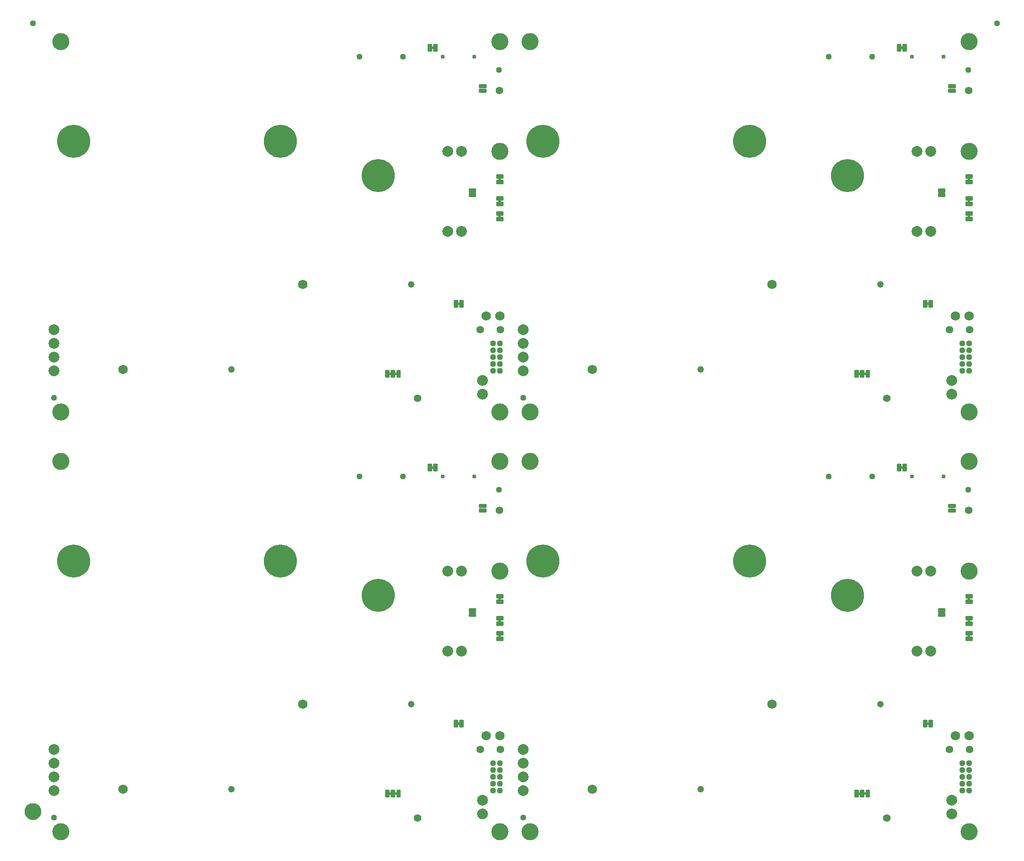
<source format=gbs>
G04 EAGLE Gerber RS-274X export*
G75*
%MOMM*%
%FSLAX34Y34*%
%LPD*%
%INSoldermask Bottom*%
%IPPOS*%
%AMOC8*
5,1,8,0,0,1.08239X$1,22.5*%
G01*
%ADD10C,6.127000*%
%ADD11C,3.175000*%
%ADD12C,1.227000*%
%ADD13C,1.727000*%
%ADD14C,0.777000*%
%ADD15C,1.127000*%
%ADD16C,1.397000*%
%ADD17C,0.228600*%
%ADD18C,2.006600*%
%ADD19C,0.228344*%
%ADD20C,1.270000*%
%ADD21C,1.627000*%

G36*
X1708215Y386092D02*
X1708215Y386092D01*
X1708281Y386094D01*
X1708324Y386112D01*
X1708371Y386120D01*
X1708428Y386154D01*
X1708488Y386179D01*
X1708523Y386210D01*
X1708564Y386235D01*
X1708606Y386286D01*
X1708654Y386330D01*
X1708676Y386372D01*
X1708705Y386409D01*
X1708726Y386471D01*
X1708757Y386530D01*
X1708765Y386584D01*
X1708777Y386621D01*
X1708776Y386661D01*
X1708784Y386715D01*
X1708784Y390525D01*
X1708773Y390590D01*
X1708771Y390656D01*
X1708753Y390699D01*
X1708745Y390746D01*
X1708711Y390803D01*
X1708686Y390863D01*
X1708655Y390898D01*
X1708630Y390939D01*
X1708579Y390981D01*
X1708535Y391029D01*
X1708493Y391051D01*
X1708456Y391080D01*
X1708394Y391101D01*
X1708335Y391132D01*
X1708281Y391140D01*
X1708244Y391152D01*
X1708204Y391151D01*
X1708150Y391159D01*
X1705610Y391159D01*
X1705545Y391148D01*
X1705479Y391146D01*
X1705436Y391128D01*
X1705389Y391120D01*
X1705332Y391086D01*
X1705272Y391061D01*
X1705237Y391030D01*
X1705196Y391005D01*
X1705155Y390954D01*
X1705106Y390910D01*
X1705084Y390868D01*
X1705055Y390831D01*
X1705034Y390769D01*
X1705003Y390710D01*
X1704995Y390656D01*
X1704983Y390619D01*
X1704983Y390615D01*
X1704983Y390614D01*
X1704984Y390579D01*
X1704976Y390525D01*
X1704976Y386715D01*
X1704987Y386650D01*
X1704989Y386584D01*
X1705007Y386541D01*
X1705015Y386494D01*
X1705049Y386437D01*
X1705074Y386377D01*
X1705105Y386342D01*
X1705130Y386301D01*
X1705181Y386260D01*
X1705225Y386211D01*
X1705267Y386189D01*
X1705304Y386160D01*
X1705366Y386139D01*
X1705425Y386108D01*
X1705479Y386100D01*
X1705516Y386088D01*
X1705556Y386089D01*
X1705610Y386081D01*
X1708150Y386081D01*
X1708215Y386092D01*
G37*
G36*
X839535Y386092D02*
X839535Y386092D01*
X839601Y386094D01*
X839644Y386112D01*
X839691Y386120D01*
X839748Y386154D01*
X839808Y386179D01*
X839843Y386210D01*
X839884Y386235D01*
X839926Y386286D01*
X839974Y386330D01*
X839996Y386372D01*
X840025Y386409D01*
X840046Y386471D01*
X840077Y386530D01*
X840085Y386584D01*
X840097Y386621D01*
X840096Y386661D01*
X840104Y386715D01*
X840104Y390525D01*
X840093Y390590D01*
X840091Y390656D01*
X840073Y390699D01*
X840065Y390746D01*
X840031Y390803D01*
X840006Y390863D01*
X839975Y390898D01*
X839950Y390939D01*
X839899Y390981D01*
X839855Y391029D01*
X839813Y391051D01*
X839776Y391080D01*
X839714Y391101D01*
X839655Y391132D01*
X839601Y391140D01*
X839564Y391152D01*
X839524Y391151D01*
X839470Y391159D01*
X836930Y391159D01*
X836865Y391148D01*
X836799Y391146D01*
X836756Y391128D01*
X836709Y391120D01*
X836652Y391086D01*
X836592Y391061D01*
X836557Y391030D01*
X836516Y391005D01*
X836475Y390954D01*
X836426Y390910D01*
X836404Y390868D01*
X836375Y390831D01*
X836354Y390769D01*
X836323Y390710D01*
X836315Y390656D01*
X836303Y390619D01*
X836303Y390615D01*
X836303Y390614D01*
X836304Y390579D01*
X836296Y390525D01*
X836296Y386715D01*
X836307Y386650D01*
X836309Y386584D01*
X836327Y386541D01*
X836335Y386494D01*
X836369Y386437D01*
X836394Y386377D01*
X836425Y386342D01*
X836450Y386301D01*
X836501Y386260D01*
X836545Y386211D01*
X836587Y386189D01*
X836624Y386160D01*
X836686Y386139D01*
X836745Y386108D01*
X836799Y386100D01*
X836836Y386088D01*
X836876Y386089D01*
X836930Y386081D01*
X839470Y386081D01*
X839535Y386092D01*
G37*
G36*
X1708215Y1231912D02*
X1708215Y1231912D01*
X1708281Y1231914D01*
X1708324Y1231932D01*
X1708371Y1231940D01*
X1708428Y1231974D01*
X1708488Y1231999D01*
X1708523Y1232030D01*
X1708564Y1232055D01*
X1708606Y1232106D01*
X1708654Y1232150D01*
X1708676Y1232192D01*
X1708705Y1232229D01*
X1708726Y1232291D01*
X1708757Y1232350D01*
X1708765Y1232404D01*
X1708777Y1232441D01*
X1708776Y1232481D01*
X1708784Y1232535D01*
X1708784Y1236345D01*
X1708773Y1236410D01*
X1708771Y1236476D01*
X1708753Y1236519D01*
X1708745Y1236566D01*
X1708711Y1236623D01*
X1708686Y1236683D01*
X1708655Y1236718D01*
X1708630Y1236759D01*
X1708579Y1236801D01*
X1708535Y1236849D01*
X1708493Y1236871D01*
X1708456Y1236900D01*
X1708394Y1236921D01*
X1708335Y1236952D01*
X1708281Y1236960D01*
X1708244Y1236972D01*
X1708204Y1236971D01*
X1708150Y1236979D01*
X1705610Y1236979D01*
X1705545Y1236968D01*
X1705479Y1236966D01*
X1705436Y1236948D01*
X1705389Y1236940D01*
X1705332Y1236906D01*
X1705272Y1236881D01*
X1705237Y1236850D01*
X1705196Y1236825D01*
X1705155Y1236774D01*
X1705106Y1236730D01*
X1705084Y1236688D01*
X1705055Y1236651D01*
X1705034Y1236589D01*
X1705003Y1236530D01*
X1704995Y1236476D01*
X1704983Y1236439D01*
X1704983Y1236435D01*
X1704983Y1236434D01*
X1704984Y1236399D01*
X1704976Y1236345D01*
X1704976Y1232535D01*
X1704987Y1232470D01*
X1704989Y1232404D01*
X1705007Y1232361D01*
X1705015Y1232314D01*
X1705049Y1232257D01*
X1705074Y1232197D01*
X1705105Y1232162D01*
X1705130Y1232121D01*
X1705181Y1232080D01*
X1705225Y1232031D01*
X1705267Y1232009D01*
X1705304Y1231980D01*
X1705366Y1231959D01*
X1705425Y1231928D01*
X1705479Y1231920D01*
X1705516Y1231908D01*
X1705556Y1231909D01*
X1705610Y1231901D01*
X1708150Y1231901D01*
X1708215Y1231912D01*
G37*
G36*
X839535Y1231912D02*
X839535Y1231912D01*
X839601Y1231914D01*
X839644Y1231932D01*
X839691Y1231940D01*
X839748Y1231974D01*
X839808Y1231999D01*
X839843Y1232030D01*
X839884Y1232055D01*
X839926Y1232106D01*
X839974Y1232150D01*
X839996Y1232192D01*
X840025Y1232229D01*
X840046Y1232291D01*
X840077Y1232350D01*
X840085Y1232404D01*
X840097Y1232441D01*
X840096Y1232481D01*
X840104Y1232535D01*
X840104Y1236345D01*
X840093Y1236410D01*
X840091Y1236476D01*
X840073Y1236519D01*
X840065Y1236566D01*
X840031Y1236623D01*
X840006Y1236683D01*
X839975Y1236718D01*
X839950Y1236759D01*
X839899Y1236801D01*
X839855Y1236849D01*
X839813Y1236871D01*
X839776Y1236900D01*
X839714Y1236921D01*
X839655Y1236952D01*
X839601Y1236960D01*
X839564Y1236972D01*
X839524Y1236971D01*
X839470Y1236979D01*
X836930Y1236979D01*
X836865Y1236968D01*
X836799Y1236966D01*
X836756Y1236948D01*
X836709Y1236940D01*
X836652Y1236906D01*
X836592Y1236881D01*
X836557Y1236850D01*
X836516Y1236825D01*
X836475Y1236774D01*
X836426Y1236730D01*
X836404Y1236688D01*
X836375Y1236651D01*
X836354Y1236589D01*
X836323Y1236530D01*
X836315Y1236476D01*
X836303Y1236439D01*
X836303Y1236435D01*
X836303Y1236434D01*
X836304Y1236399D01*
X836296Y1236345D01*
X836296Y1232535D01*
X836307Y1232470D01*
X836309Y1232404D01*
X836327Y1232361D01*
X836335Y1232314D01*
X836369Y1232257D01*
X836394Y1232197D01*
X836425Y1232162D01*
X836450Y1232121D01*
X836501Y1232080D01*
X836545Y1232031D01*
X836587Y1232009D01*
X836624Y1231980D01*
X836686Y1231959D01*
X836745Y1231928D01*
X836799Y1231920D01*
X836836Y1231908D01*
X836876Y1231909D01*
X836930Y1231901D01*
X839470Y1231901D01*
X839535Y1231912D01*
G37*
G36*
X1708215Y1191272D02*
X1708215Y1191272D01*
X1708281Y1191274D01*
X1708324Y1191292D01*
X1708371Y1191300D01*
X1708428Y1191334D01*
X1708488Y1191359D01*
X1708523Y1191390D01*
X1708564Y1191415D01*
X1708606Y1191466D01*
X1708654Y1191510D01*
X1708676Y1191552D01*
X1708705Y1191589D01*
X1708726Y1191651D01*
X1708757Y1191710D01*
X1708765Y1191764D01*
X1708777Y1191801D01*
X1708776Y1191841D01*
X1708784Y1191895D01*
X1708784Y1195705D01*
X1708773Y1195770D01*
X1708771Y1195836D01*
X1708753Y1195879D01*
X1708745Y1195926D01*
X1708711Y1195983D01*
X1708686Y1196043D01*
X1708655Y1196078D01*
X1708630Y1196119D01*
X1708579Y1196161D01*
X1708535Y1196209D01*
X1708493Y1196231D01*
X1708456Y1196260D01*
X1708394Y1196281D01*
X1708335Y1196312D01*
X1708281Y1196320D01*
X1708244Y1196332D01*
X1708204Y1196331D01*
X1708150Y1196339D01*
X1705610Y1196339D01*
X1705545Y1196328D01*
X1705479Y1196326D01*
X1705436Y1196308D01*
X1705389Y1196300D01*
X1705332Y1196266D01*
X1705272Y1196241D01*
X1705237Y1196210D01*
X1705196Y1196185D01*
X1705155Y1196134D01*
X1705106Y1196090D01*
X1705084Y1196048D01*
X1705055Y1196011D01*
X1705034Y1195949D01*
X1705003Y1195890D01*
X1704995Y1195836D01*
X1704983Y1195799D01*
X1704983Y1195795D01*
X1704983Y1195794D01*
X1704984Y1195759D01*
X1704976Y1195705D01*
X1704976Y1191895D01*
X1704987Y1191830D01*
X1704989Y1191764D01*
X1705007Y1191721D01*
X1705015Y1191674D01*
X1705049Y1191617D01*
X1705074Y1191557D01*
X1705105Y1191522D01*
X1705130Y1191481D01*
X1705181Y1191440D01*
X1705225Y1191391D01*
X1705267Y1191369D01*
X1705304Y1191340D01*
X1705366Y1191319D01*
X1705425Y1191288D01*
X1705479Y1191280D01*
X1705516Y1191268D01*
X1705556Y1191269D01*
X1705610Y1191261D01*
X1708150Y1191261D01*
X1708215Y1191272D01*
G37*
G36*
X839535Y1191272D02*
X839535Y1191272D01*
X839601Y1191274D01*
X839644Y1191292D01*
X839691Y1191300D01*
X839748Y1191334D01*
X839808Y1191359D01*
X839843Y1191390D01*
X839884Y1191415D01*
X839926Y1191466D01*
X839974Y1191510D01*
X839996Y1191552D01*
X840025Y1191589D01*
X840046Y1191651D01*
X840077Y1191710D01*
X840085Y1191764D01*
X840097Y1191801D01*
X840096Y1191841D01*
X840104Y1191895D01*
X840104Y1195705D01*
X840093Y1195770D01*
X840091Y1195836D01*
X840073Y1195879D01*
X840065Y1195926D01*
X840031Y1195983D01*
X840006Y1196043D01*
X839975Y1196078D01*
X839950Y1196119D01*
X839899Y1196161D01*
X839855Y1196209D01*
X839813Y1196231D01*
X839776Y1196260D01*
X839714Y1196281D01*
X839655Y1196312D01*
X839601Y1196320D01*
X839564Y1196332D01*
X839524Y1196331D01*
X839470Y1196339D01*
X836930Y1196339D01*
X836865Y1196328D01*
X836799Y1196326D01*
X836756Y1196308D01*
X836709Y1196300D01*
X836652Y1196266D01*
X836592Y1196241D01*
X836557Y1196210D01*
X836516Y1196185D01*
X836475Y1196134D01*
X836426Y1196090D01*
X836404Y1196048D01*
X836375Y1196011D01*
X836354Y1195949D01*
X836323Y1195890D01*
X836315Y1195836D01*
X836303Y1195799D01*
X836303Y1195795D01*
X836303Y1195794D01*
X836304Y1195759D01*
X836296Y1195705D01*
X836296Y1191895D01*
X836307Y1191830D01*
X836309Y1191764D01*
X836327Y1191721D01*
X836335Y1191674D01*
X836369Y1191617D01*
X836394Y1191557D01*
X836425Y1191522D01*
X836450Y1191481D01*
X836501Y1191440D01*
X836545Y1191391D01*
X836587Y1191369D01*
X836624Y1191340D01*
X836686Y1191319D01*
X836745Y1191288D01*
X836799Y1191280D01*
X836836Y1191268D01*
X836876Y1191269D01*
X836930Y1191261D01*
X839470Y1191261D01*
X839535Y1191272D01*
G37*
G36*
X1708215Y1163332D02*
X1708215Y1163332D01*
X1708281Y1163334D01*
X1708324Y1163352D01*
X1708371Y1163360D01*
X1708428Y1163394D01*
X1708488Y1163419D01*
X1708523Y1163450D01*
X1708564Y1163475D01*
X1708606Y1163526D01*
X1708654Y1163570D01*
X1708676Y1163612D01*
X1708705Y1163649D01*
X1708726Y1163711D01*
X1708757Y1163770D01*
X1708765Y1163824D01*
X1708777Y1163861D01*
X1708776Y1163901D01*
X1708784Y1163955D01*
X1708784Y1167765D01*
X1708773Y1167830D01*
X1708771Y1167896D01*
X1708753Y1167939D01*
X1708745Y1167986D01*
X1708711Y1168043D01*
X1708686Y1168103D01*
X1708655Y1168138D01*
X1708630Y1168179D01*
X1708579Y1168221D01*
X1708535Y1168269D01*
X1708493Y1168291D01*
X1708456Y1168320D01*
X1708394Y1168341D01*
X1708335Y1168372D01*
X1708281Y1168380D01*
X1708244Y1168392D01*
X1708204Y1168391D01*
X1708150Y1168399D01*
X1705610Y1168399D01*
X1705545Y1168388D01*
X1705479Y1168386D01*
X1705436Y1168368D01*
X1705389Y1168360D01*
X1705332Y1168326D01*
X1705272Y1168301D01*
X1705237Y1168270D01*
X1705196Y1168245D01*
X1705155Y1168194D01*
X1705106Y1168150D01*
X1705084Y1168108D01*
X1705055Y1168071D01*
X1705034Y1168009D01*
X1705003Y1167950D01*
X1704995Y1167896D01*
X1704983Y1167859D01*
X1704983Y1167855D01*
X1704983Y1167854D01*
X1704984Y1167819D01*
X1704976Y1167765D01*
X1704976Y1163955D01*
X1704987Y1163890D01*
X1704989Y1163824D01*
X1705007Y1163781D01*
X1705015Y1163734D01*
X1705049Y1163677D01*
X1705074Y1163617D01*
X1705105Y1163582D01*
X1705130Y1163541D01*
X1705181Y1163500D01*
X1705225Y1163451D01*
X1705267Y1163429D01*
X1705304Y1163400D01*
X1705366Y1163379D01*
X1705425Y1163348D01*
X1705479Y1163340D01*
X1705516Y1163328D01*
X1705556Y1163329D01*
X1705610Y1163321D01*
X1708150Y1163321D01*
X1708215Y1163332D01*
G37*
G36*
X839535Y1163332D02*
X839535Y1163332D01*
X839601Y1163334D01*
X839644Y1163352D01*
X839691Y1163360D01*
X839748Y1163394D01*
X839808Y1163419D01*
X839843Y1163450D01*
X839884Y1163475D01*
X839926Y1163526D01*
X839974Y1163570D01*
X839996Y1163612D01*
X840025Y1163649D01*
X840046Y1163711D01*
X840077Y1163770D01*
X840085Y1163824D01*
X840097Y1163861D01*
X840096Y1163901D01*
X840104Y1163955D01*
X840104Y1167765D01*
X840093Y1167830D01*
X840091Y1167896D01*
X840073Y1167939D01*
X840065Y1167986D01*
X840031Y1168043D01*
X840006Y1168103D01*
X839975Y1168138D01*
X839950Y1168179D01*
X839899Y1168221D01*
X839855Y1168269D01*
X839813Y1168291D01*
X839776Y1168320D01*
X839714Y1168341D01*
X839655Y1168372D01*
X839601Y1168380D01*
X839564Y1168392D01*
X839524Y1168391D01*
X839470Y1168399D01*
X836930Y1168399D01*
X836865Y1168388D01*
X836799Y1168386D01*
X836756Y1168368D01*
X836709Y1168360D01*
X836652Y1168326D01*
X836592Y1168301D01*
X836557Y1168270D01*
X836516Y1168245D01*
X836475Y1168194D01*
X836426Y1168150D01*
X836404Y1168108D01*
X836375Y1168071D01*
X836354Y1168009D01*
X836323Y1167950D01*
X836315Y1167896D01*
X836303Y1167859D01*
X836303Y1167855D01*
X836303Y1167854D01*
X836304Y1167819D01*
X836296Y1167765D01*
X836296Y1163955D01*
X836307Y1163890D01*
X836309Y1163824D01*
X836327Y1163781D01*
X836335Y1163734D01*
X836369Y1163677D01*
X836394Y1163617D01*
X836425Y1163582D01*
X836450Y1163541D01*
X836501Y1163500D01*
X836545Y1163451D01*
X836587Y1163429D01*
X836624Y1163400D01*
X836686Y1163379D01*
X836745Y1163348D01*
X836799Y1163340D01*
X836836Y1163328D01*
X836876Y1163329D01*
X836930Y1163321D01*
X839470Y1163321D01*
X839535Y1163332D01*
G37*
G36*
X1708215Y454672D02*
X1708215Y454672D01*
X1708281Y454674D01*
X1708324Y454692D01*
X1708371Y454700D01*
X1708428Y454734D01*
X1708488Y454759D01*
X1708523Y454790D01*
X1708564Y454815D01*
X1708606Y454866D01*
X1708654Y454910D01*
X1708676Y454952D01*
X1708705Y454989D01*
X1708726Y455051D01*
X1708757Y455110D01*
X1708765Y455164D01*
X1708777Y455201D01*
X1708776Y455241D01*
X1708784Y455295D01*
X1708784Y459105D01*
X1708773Y459170D01*
X1708771Y459236D01*
X1708753Y459279D01*
X1708745Y459326D01*
X1708711Y459383D01*
X1708686Y459443D01*
X1708655Y459478D01*
X1708630Y459519D01*
X1708579Y459561D01*
X1708535Y459609D01*
X1708493Y459631D01*
X1708456Y459660D01*
X1708394Y459681D01*
X1708335Y459712D01*
X1708281Y459720D01*
X1708244Y459732D01*
X1708204Y459731D01*
X1708150Y459739D01*
X1705610Y459739D01*
X1705545Y459728D01*
X1705479Y459726D01*
X1705436Y459708D01*
X1705389Y459700D01*
X1705332Y459666D01*
X1705272Y459641D01*
X1705237Y459610D01*
X1705196Y459585D01*
X1705155Y459534D01*
X1705106Y459490D01*
X1705084Y459448D01*
X1705055Y459411D01*
X1705034Y459349D01*
X1705003Y459290D01*
X1704995Y459236D01*
X1704983Y459199D01*
X1704983Y459195D01*
X1704983Y459194D01*
X1704984Y459159D01*
X1704976Y459105D01*
X1704976Y455295D01*
X1704987Y455230D01*
X1704989Y455164D01*
X1705007Y455121D01*
X1705015Y455074D01*
X1705049Y455017D01*
X1705074Y454957D01*
X1705105Y454922D01*
X1705130Y454881D01*
X1705181Y454840D01*
X1705225Y454791D01*
X1705267Y454769D01*
X1705304Y454740D01*
X1705366Y454719D01*
X1705425Y454688D01*
X1705479Y454680D01*
X1705516Y454668D01*
X1705556Y454669D01*
X1705610Y454661D01*
X1708150Y454661D01*
X1708215Y454672D01*
G37*
G36*
X839535Y454672D02*
X839535Y454672D01*
X839601Y454674D01*
X839644Y454692D01*
X839691Y454700D01*
X839748Y454734D01*
X839808Y454759D01*
X839843Y454790D01*
X839884Y454815D01*
X839926Y454866D01*
X839974Y454910D01*
X839996Y454952D01*
X840025Y454989D01*
X840046Y455051D01*
X840077Y455110D01*
X840085Y455164D01*
X840097Y455201D01*
X840096Y455241D01*
X840104Y455295D01*
X840104Y459105D01*
X840093Y459170D01*
X840091Y459236D01*
X840073Y459279D01*
X840065Y459326D01*
X840031Y459383D01*
X840006Y459443D01*
X839975Y459478D01*
X839950Y459519D01*
X839899Y459561D01*
X839855Y459609D01*
X839813Y459631D01*
X839776Y459660D01*
X839714Y459681D01*
X839655Y459712D01*
X839601Y459720D01*
X839564Y459732D01*
X839524Y459731D01*
X839470Y459739D01*
X836930Y459739D01*
X836865Y459728D01*
X836799Y459726D01*
X836756Y459708D01*
X836709Y459700D01*
X836652Y459666D01*
X836592Y459641D01*
X836557Y459610D01*
X836516Y459585D01*
X836475Y459534D01*
X836426Y459490D01*
X836404Y459448D01*
X836375Y459411D01*
X836354Y459349D01*
X836323Y459290D01*
X836315Y459236D01*
X836303Y459199D01*
X836303Y459195D01*
X836303Y459194D01*
X836304Y459159D01*
X836296Y459105D01*
X836296Y455295D01*
X836307Y455230D01*
X836309Y455164D01*
X836327Y455121D01*
X836335Y455074D01*
X836369Y455017D01*
X836394Y454957D01*
X836425Y454922D01*
X836450Y454881D01*
X836501Y454840D01*
X836545Y454791D01*
X836587Y454769D01*
X836624Y454740D01*
X836686Y454719D01*
X836745Y454688D01*
X836799Y454680D01*
X836836Y454668D01*
X836876Y454669D01*
X836930Y454661D01*
X839470Y454661D01*
X839535Y454672D01*
G37*
G36*
X839535Y414032D02*
X839535Y414032D01*
X839601Y414034D01*
X839644Y414052D01*
X839691Y414060D01*
X839748Y414094D01*
X839808Y414119D01*
X839843Y414150D01*
X839884Y414175D01*
X839926Y414226D01*
X839974Y414270D01*
X839996Y414312D01*
X840025Y414349D01*
X840046Y414411D01*
X840077Y414470D01*
X840085Y414524D01*
X840097Y414561D01*
X840096Y414601D01*
X840104Y414655D01*
X840104Y418465D01*
X840093Y418530D01*
X840091Y418596D01*
X840073Y418639D01*
X840065Y418686D01*
X840031Y418743D01*
X840006Y418803D01*
X839975Y418838D01*
X839950Y418879D01*
X839899Y418921D01*
X839855Y418969D01*
X839813Y418991D01*
X839776Y419020D01*
X839714Y419041D01*
X839655Y419072D01*
X839601Y419080D01*
X839564Y419092D01*
X839524Y419091D01*
X839470Y419099D01*
X836930Y419099D01*
X836865Y419088D01*
X836799Y419086D01*
X836756Y419068D01*
X836709Y419060D01*
X836652Y419026D01*
X836592Y419001D01*
X836557Y418970D01*
X836516Y418945D01*
X836475Y418894D01*
X836426Y418850D01*
X836404Y418808D01*
X836375Y418771D01*
X836354Y418709D01*
X836323Y418650D01*
X836315Y418596D01*
X836303Y418559D01*
X836303Y418555D01*
X836303Y418554D01*
X836304Y418519D01*
X836296Y418465D01*
X836296Y414655D01*
X836307Y414590D01*
X836309Y414524D01*
X836327Y414481D01*
X836335Y414434D01*
X836369Y414377D01*
X836394Y414317D01*
X836425Y414282D01*
X836450Y414241D01*
X836501Y414200D01*
X836545Y414151D01*
X836587Y414129D01*
X836624Y414100D01*
X836686Y414079D01*
X836745Y414048D01*
X836799Y414040D01*
X836836Y414028D01*
X836876Y414029D01*
X836930Y414021D01*
X839470Y414021D01*
X839535Y414032D01*
G37*
G36*
X1708215Y414032D02*
X1708215Y414032D01*
X1708281Y414034D01*
X1708324Y414052D01*
X1708371Y414060D01*
X1708428Y414094D01*
X1708488Y414119D01*
X1708523Y414150D01*
X1708564Y414175D01*
X1708606Y414226D01*
X1708654Y414270D01*
X1708676Y414312D01*
X1708705Y414349D01*
X1708726Y414411D01*
X1708757Y414470D01*
X1708765Y414524D01*
X1708777Y414561D01*
X1708776Y414601D01*
X1708784Y414655D01*
X1708784Y418465D01*
X1708773Y418530D01*
X1708771Y418596D01*
X1708753Y418639D01*
X1708745Y418686D01*
X1708711Y418743D01*
X1708686Y418803D01*
X1708655Y418838D01*
X1708630Y418879D01*
X1708579Y418921D01*
X1708535Y418969D01*
X1708493Y418991D01*
X1708456Y419020D01*
X1708394Y419041D01*
X1708335Y419072D01*
X1708281Y419080D01*
X1708244Y419092D01*
X1708204Y419091D01*
X1708150Y419099D01*
X1705610Y419099D01*
X1705545Y419088D01*
X1705479Y419086D01*
X1705436Y419068D01*
X1705389Y419060D01*
X1705332Y419026D01*
X1705272Y419001D01*
X1705237Y418970D01*
X1705196Y418945D01*
X1705155Y418894D01*
X1705106Y418850D01*
X1705084Y418808D01*
X1705055Y418771D01*
X1705034Y418709D01*
X1705003Y418650D01*
X1704995Y418596D01*
X1704983Y418559D01*
X1704983Y418555D01*
X1704983Y418554D01*
X1704984Y418519D01*
X1704976Y418465D01*
X1704976Y414655D01*
X1704987Y414590D01*
X1704989Y414524D01*
X1705007Y414481D01*
X1705015Y414434D01*
X1705049Y414377D01*
X1705074Y414317D01*
X1705105Y414282D01*
X1705130Y414241D01*
X1705181Y414200D01*
X1705225Y414151D01*
X1705267Y414129D01*
X1705304Y414100D01*
X1705366Y414079D01*
X1705425Y414048D01*
X1705479Y414040D01*
X1705516Y414028D01*
X1705556Y414029D01*
X1705610Y414021D01*
X1708150Y414021D01*
X1708215Y414032D01*
G37*
G36*
X1584390Y1475625D02*
X1584390Y1475625D01*
X1584456Y1475627D01*
X1584499Y1475645D01*
X1584546Y1475653D01*
X1584603Y1475687D01*
X1584663Y1475712D01*
X1584698Y1475743D01*
X1584739Y1475768D01*
X1584781Y1475819D01*
X1584829Y1475863D01*
X1584851Y1475905D01*
X1584880Y1475942D01*
X1584901Y1476004D01*
X1584932Y1476063D01*
X1584940Y1476117D01*
X1584952Y1476154D01*
X1584951Y1476194D01*
X1584959Y1476248D01*
X1584959Y1478788D01*
X1584948Y1478853D01*
X1584946Y1478919D01*
X1584928Y1478962D01*
X1584920Y1479009D01*
X1584886Y1479066D01*
X1584861Y1479126D01*
X1584830Y1479161D01*
X1584805Y1479202D01*
X1584754Y1479244D01*
X1584710Y1479292D01*
X1584668Y1479314D01*
X1584631Y1479343D01*
X1584569Y1479364D01*
X1584510Y1479395D01*
X1584456Y1479403D01*
X1584419Y1479415D01*
X1584379Y1479414D01*
X1584325Y1479422D01*
X1580515Y1479422D01*
X1580450Y1479411D01*
X1580384Y1479409D01*
X1580341Y1479391D01*
X1580294Y1479383D01*
X1580237Y1479349D01*
X1580177Y1479324D01*
X1580142Y1479293D01*
X1580101Y1479268D01*
X1580060Y1479217D01*
X1580011Y1479173D01*
X1579989Y1479131D01*
X1579960Y1479094D01*
X1579939Y1479032D01*
X1579908Y1478973D01*
X1579900Y1478919D01*
X1579888Y1478882D01*
X1579888Y1478879D01*
X1579889Y1478842D01*
X1579881Y1478788D01*
X1579881Y1476248D01*
X1579892Y1476183D01*
X1579894Y1476117D01*
X1579912Y1476074D01*
X1579920Y1476027D01*
X1579954Y1475970D01*
X1579979Y1475910D01*
X1580010Y1475875D01*
X1580035Y1475834D01*
X1580086Y1475793D01*
X1580130Y1475744D01*
X1580172Y1475722D01*
X1580209Y1475693D01*
X1580271Y1475672D01*
X1580330Y1475641D01*
X1580384Y1475633D01*
X1580421Y1475621D01*
X1580461Y1475622D01*
X1580515Y1475614D01*
X1584325Y1475614D01*
X1584390Y1475625D01*
G37*
G36*
X715710Y1475625D02*
X715710Y1475625D01*
X715776Y1475627D01*
X715819Y1475645D01*
X715866Y1475653D01*
X715923Y1475687D01*
X715983Y1475712D01*
X716018Y1475743D01*
X716059Y1475768D01*
X716101Y1475819D01*
X716149Y1475863D01*
X716171Y1475905D01*
X716200Y1475942D01*
X716221Y1476004D01*
X716252Y1476063D01*
X716260Y1476117D01*
X716272Y1476154D01*
X716271Y1476194D01*
X716279Y1476248D01*
X716279Y1478788D01*
X716268Y1478853D01*
X716266Y1478919D01*
X716248Y1478962D01*
X716240Y1479009D01*
X716206Y1479066D01*
X716181Y1479126D01*
X716150Y1479161D01*
X716125Y1479202D01*
X716074Y1479244D01*
X716030Y1479292D01*
X715988Y1479314D01*
X715951Y1479343D01*
X715889Y1479364D01*
X715830Y1479395D01*
X715776Y1479403D01*
X715739Y1479415D01*
X715699Y1479414D01*
X715645Y1479422D01*
X711835Y1479422D01*
X711770Y1479411D01*
X711704Y1479409D01*
X711661Y1479391D01*
X711614Y1479383D01*
X711557Y1479349D01*
X711497Y1479324D01*
X711462Y1479293D01*
X711421Y1479268D01*
X711380Y1479217D01*
X711331Y1479173D01*
X711309Y1479131D01*
X711280Y1479094D01*
X711259Y1479032D01*
X711228Y1478973D01*
X711220Y1478919D01*
X711208Y1478882D01*
X711208Y1478879D01*
X711209Y1478842D01*
X711201Y1478788D01*
X711201Y1476248D01*
X711212Y1476183D01*
X711214Y1476117D01*
X711232Y1476074D01*
X711240Y1476027D01*
X711274Y1475970D01*
X711299Y1475910D01*
X711330Y1475875D01*
X711355Y1475834D01*
X711406Y1475793D01*
X711450Y1475744D01*
X711492Y1475722D01*
X711529Y1475693D01*
X711591Y1475672D01*
X711650Y1475641D01*
X711704Y1475633D01*
X711741Y1475621D01*
X711781Y1475622D01*
X711835Y1475614D01*
X715645Y1475614D01*
X715710Y1475625D01*
G37*
G36*
X1632650Y1001407D02*
X1632650Y1001407D01*
X1632716Y1001409D01*
X1632759Y1001427D01*
X1632806Y1001435D01*
X1632863Y1001469D01*
X1632923Y1001494D01*
X1632958Y1001525D01*
X1632999Y1001550D01*
X1633041Y1001601D01*
X1633089Y1001645D01*
X1633111Y1001687D01*
X1633140Y1001724D01*
X1633161Y1001786D01*
X1633192Y1001845D01*
X1633200Y1001899D01*
X1633212Y1001936D01*
X1633211Y1001976D01*
X1633219Y1002030D01*
X1633219Y1004570D01*
X1633208Y1004635D01*
X1633206Y1004701D01*
X1633188Y1004744D01*
X1633180Y1004791D01*
X1633146Y1004848D01*
X1633121Y1004908D01*
X1633090Y1004943D01*
X1633065Y1004984D01*
X1633014Y1005026D01*
X1632970Y1005074D01*
X1632928Y1005096D01*
X1632891Y1005125D01*
X1632829Y1005146D01*
X1632770Y1005177D01*
X1632716Y1005185D01*
X1632679Y1005197D01*
X1632639Y1005196D01*
X1632585Y1005204D01*
X1628775Y1005204D01*
X1628710Y1005193D01*
X1628644Y1005191D01*
X1628601Y1005173D01*
X1628554Y1005165D01*
X1628497Y1005131D01*
X1628437Y1005106D01*
X1628402Y1005075D01*
X1628361Y1005050D01*
X1628320Y1004999D01*
X1628271Y1004955D01*
X1628249Y1004913D01*
X1628220Y1004876D01*
X1628199Y1004814D01*
X1628168Y1004755D01*
X1628160Y1004701D01*
X1628148Y1004664D01*
X1628148Y1004661D01*
X1628149Y1004624D01*
X1628141Y1004570D01*
X1628141Y1002030D01*
X1628152Y1001965D01*
X1628154Y1001899D01*
X1628172Y1001856D01*
X1628180Y1001809D01*
X1628214Y1001752D01*
X1628239Y1001692D01*
X1628270Y1001657D01*
X1628295Y1001616D01*
X1628346Y1001575D01*
X1628390Y1001526D01*
X1628432Y1001504D01*
X1628469Y1001475D01*
X1628531Y1001454D01*
X1628590Y1001423D01*
X1628644Y1001415D01*
X1628681Y1001403D01*
X1628721Y1001404D01*
X1628775Y1001396D01*
X1632585Y1001396D01*
X1632650Y1001407D01*
G37*
G36*
X763970Y1001407D02*
X763970Y1001407D01*
X764036Y1001409D01*
X764079Y1001427D01*
X764126Y1001435D01*
X764183Y1001469D01*
X764243Y1001494D01*
X764278Y1001525D01*
X764319Y1001550D01*
X764361Y1001601D01*
X764409Y1001645D01*
X764431Y1001687D01*
X764460Y1001724D01*
X764481Y1001786D01*
X764512Y1001845D01*
X764520Y1001899D01*
X764532Y1001936D01*
X764531Y1001976D01*
X764539Y1002030D01*
X764539Y1004570D01*
X764528Y1004635D01*
X764526Y1004701D01*
X764508Y1004744D01*
X764500Y1004791D01*
X764466Y1004848D01*
X764441Y1004908D01*
X764410Y1004943D01*
X764385Y1004984D01*
X764334Y1005026D01*
X764290Y1005074D01*
X764248Y1005096D01*
X764211Y1005125D01*
X764149Y1005146D01*
X764090Y1005177D01*
X764036Y1005185D01*
X763999Y1005197D01*
X763959Y1005196D01*
X763905Y1005204D01*
X760095Y1005204D01*
X760030Y1005193D01*
X759964Y1005191D01*
X759921Y1005173D01*
X759874Y1005165D01*
X759817Y1005131D01*
X759757Y1005106D01*
X759722Y1005075D01*
X759681Y1005050D01*
X759640Y1004999D01*
X759591Y1004955D01*
X759569Y1004913D01*
X759540Y1004876D01*
X759519Y1004814D01*
X759488Y1004755D01*
X759480Y1004701D01*
X759468Y1004664D01*
X759468Y1004661D01*
X759469Y1004624D01*
X759461Y1004570D01*
X759461Y1002030D01*
X759472Y1001965D01*
X759474Y1001899D01*
X759492Y1001856D01*
X759500Y1001809D01*
X759534Y1001752D01*
X759559Y1001692D01*
X759590Y1001657D01*
X759615Y1001616D01*
X759666Y1001575D01*
X759710Y1001526D01*
X759752Y1001504D01*
X759789Y1001475D01*
X759851Y1001454D01*
X759910Y1001423D01*
X759964Y1001415D01*
X760001Y1001403D01*
X760041Y1001404D01*
X760095Y1001396D01*
X763905Y1001396D01*
X763970Y1001407D01*
G37*
G36*
X1505650Y871867D02*
X1505650Y871867D01*
X1505716Y871869D01*
X1505759Y871887D01*
X1505806Y871895D01*
X1505863Y871929D01*
X1505923Y871954D01*
X1505958Y871985D01*
X1505999Y872010D01*
X1506041Y872061D01*
X1506089Y872105D01*
X1506111Y872147D01*
X1506140Y872184D01*
X1506161Y872246D01*
X1506192Y872305D01*
X1506200Y872359D01*
X1506212Y872396D01*
X1506211Y872436D01*
X1506219Y872490D01*
X1506219Y875030D01*
X1506208Y875095D01*
X1506206Y875161D01*
X1506188Y875204D01*
X1506180Y875251D01*
X1506146Y875308D01*
X1506121Y875368D01*
X1506090Y875403D01*
X1506065Y875444D01*
X1506014Y875486D01*
X1505970Y875534D01*
X1505928Y875556D01*
X1505891Y875585D01*
X1505829Y875606D01*
X1505770Y875637D01*
X1505716Y875645D01*
X1505679Y875657D01*
X1505639Y875656D01*
X1505585Y875664D01*
X1501775Y875664D01*
X1501710Y875653D01*
X1501644Y875651D01*
X1501601Y875633D01*
X1501554Y875625D01*
X1501497Y875591D01*
X1501437Y875566D01*
X1501402Y875535D01*
X1501361Y875510D01*
X1501320Y875459D01*
X1501271Y875415D01*
X1501249Y875373D01*
X1501220Y875336D01*
X1501199Y875274D01*
X1501168Y875215D01*
X1501160Y875161D01*
X1501148Y875124D01*
X1501148Y875121D01*
X1501149Y875084D01*
X1501141Y875030D01*
X1501141Y872490D01*
X1501152Y872425D01*
X1501154Y872359D01*
X1501172Y872316D01*
X1501180Y872269D01*
X1501214Y872212D01*
X1501239Y872152D01*
X1501270Y872117D01*
X1501295Y872076D01*
X1501346Y872035D01*
X1501390Y871986D01*
X1501432Y871964D01*
X1501469Y871935D01*
X1501531Y871914D01*
X1501590Y871883D01*
X1501644Y871875D01*
X1501681Y871863D01*
X1501721Y871864D01*
X1501775Y871856D01*
X1505585Y871856D01*
X1505650Y871867D01*
G37*
G36*
X1515810Y871867D02*
X1515810Y871867D01*
X1515876Y871869D01*
X1515919Y871887D01*
X1515966Y871895D01*
X1516023Y871929D01*
X1516083Y871954D01*
X1516118Y871985D01*
X1516159Y872010D01*
X1516201Y872061D01*
X1516249Y872105D01*
X1516271Y872147D01*
X1516300Y872184D01*
X1516321Y872246D01*
X1516352Y872305D01*
X1516360Y872359D01*
X1516372Y872396D01*
X1516371Y872436D01*
X1516379Y872490D01*
X1516379Y875030D01*
X1516368Y875095D01*
X1516366Y875161D01*
X1516348Y875204D01*
X1516340Y875251D01*
X1516306Y875308D01*
X1516281Y875368D01*
X1516250Y875403D01*
X1516225Y875444D01*
X1516174Y875486D01*
X1516130Y875534D01*
X1516088Y875556D01*
X1516051Y875585D01*
X1515989Y875606D01*
X1515930Y875637D01*
X1515876Y875645D01*
X1515839Y875657D01*
X1515799Y875656D01*
X1515745Y875664D01*
X1511935Y875664D01*
X1511870Y875653D01*
X1511804Y875651D01*
X1511761Y875633D01*
X1511714Y875625D01*
X1511657Y875591D01*
X1511597Y875566D01*
X1511562Y875535D01*
X1511521Y875510D01*
X1511480Y875459D01*
X1511431Y875415D01*
X1511409Y875373D01*
X1511380Y875336D01*
X1511359Y875274D01*
X1511328Y875215D01*
X1511320Y875161D01*
X1511308Y875124D01*
X1511308Y875121D01*
X1511309Y875084D01*
X1511301Y875030D01*
X1511301Y872490D01*
X1511312Y872425D01*
X1511314Y872359D01*
X1511332Y872316D01*
X1511340Y872269D01*
X1511374Y872212D01*
X1511399Y872152D01*
X1511430Y872117D01*
X1511455Y872076D01*
X1511506Y872035D01*
X1511550Y871986D01*
X1511592Y871964D01*
X1511629Y871935D01*
X1511691Y871914D01*
X1511750Y871883D01*
X1511804Y871875D01*
X1511841Y871863D01*
X1511881Y871864D01*
X1511935Y871856D01*
X1515745Y871856D01*
X1515810Y871867D01*
G37*
G36*
X647130Y871867D02*
X647130Y871867D01*
X647196Y871869D01*
X647239Y871887D01*
X647286Y871895D01*
X647343Y871929D01*
X647403Y871954D01*
X647438Y871985D01*
X647479Y872010D01*
X647521Y872061D01*
X647569Y872105D01*
X647591Y872147D01*
X647620Y872184D01*
X647641Y872246D01*
X647672Y872305D01*
X647680Y872359D01*
X647692Y872396D01*
X647691Y872436D01*
X647699Y872490D01*
X647699Y875030D01*
X647688Y875095D01*
X647686Y875161D01*
X647668Y875204D01*
X647660Y875251D01*
X647626Y875308D01*
X647601Y875368D01*
X647570Y875403D01*
X647545Y875444D01*
X647494Y875486D01*
X647450Y875534D01*
X647408Y875556D01*
X647371Y875585D01*
X647309Y875606D01*
X647250Y875637D01*
X647196Y875645D01*
X647159Y875657D01*
X647119Y875656D01*
X647065Y875664D01*
X643255Y875664D01*
X643190Y875653D01*
X643124Y875651D01*
X643081Y875633D01*
X643034Y875625D01*
X642977Y875591D01*
X642917Y875566D01*
X642882Y875535D01*
X642841Y875510D01*
X642800Y875459D01*
X642751Y875415D01*
X642729Y875373D01*
X642700Y875336D01*
X642679Y875274D01*
X642648Y875215D01*
X642640Y875161D01*
X642628Y875124D01*
X642628Y875121D01*
X642629Y875084D01*
X642621Y875030D01*
X642621Y872490D01*
X642632Y872425D01*
X642634Y872359D01*
X642652Y872316D01*
X642660Y872269D01*
X642694Y872212D01*
X642719Y872152D01*
X642750Y872117D01*
X642775Y872076D01*
X642826Y872035D01*
X642870Y871986D01*
X642912Y871964D01*
X642949Y871935D01*
X643011Y871914D01*
X643070Y871883D01*
X643124Y871875D01*
X643161Y871863D01*
X643201Y871864D01*
X643255Y871856D01*
X647065Y871856D01*
X647130Y871867D01*
G37*
G36*
X636970Y871867D02*
X636970Y871867D01*
X637036Y871869D01*
X637079Y871887D01*
X637126Y871895D01*
X637183Y871929D01*
X637243Y871954D01*
X637278Y871985D01*
X637319Y872010D01*
X637361Y872061D01*
X637409Y872105D01*
X637431Y872147D01*
X637460Y872184D01*
X637481Y872246D01*
X637512Y872305D01*
X637520Y872359D01*
X637532Y872396D01*
X637531Y872436D01*
X637539Y872490D01*
X637539Y875030D01*
X637528Y875095D01*
X637526Y875161D01*
X637508Y875204D01*
X637500Y875251D01*
X637466Y875308D01*
X637441Y875368D01*
X637410Y875403D01*
X637385Y875444D01*
X637334Y875486D01*
X637290Y875534D01*
X637248Y875556D01*
X637211Y875585D01*
X637149Y875606D01*
X637090Y875637D01*
X637036Y875645D01*
X636999Y875657D01*
X636959Y875656D01*
X636905Y875664D01*
X633095Y875664D01*
X633030Y875653D01*
X632964Y875651D01*
X632921Y875633D01*
X632874Y875625D01*
X632817Y875591D01*
X632757Y875566D01*
X632722Y875535D01*
X632681Y875510D01*
X632640Y875459D01*
X632591Y875415D01*
X632569Y875373D01*
X632540Y875336D01*
X632519Y875274D01*
X632488Y875215D01*
X632480Y875161D01*
X632468Y875124D01*
X632468Y875121D01*
X632469Y875084D01*
X632461Y875030D01*
X632461Y872490D01*
X632472Y872425D01*
X632474Y872359D01*
X632492Y872316D01*
X632500Y872269D01*
X632534Y872212D01*
X632559Y872152D01*
X632590Y872117D01*
X632615Y872076D01*
X632666Y872035D01*
X632710Y871986D01*
X632752Y871964D01*
X632789Y871935D01*
X632851Y871914D01*
X632910Y871883D01*
X632964Y871875D01*
X633001Y871863D01*
X633041Y871864D01*
X633095Y871856D01*
X636905Y871856D01*
X636970Y871867D01*
G37*
G36*
X1584390Y698385D02*
X1584390Y698385D01*
X1584456Y698387D01*
X1584499Y698405D01*
X1584546Y698413D01*
X1584603Y698447D01*
X1584663Y698472D01*
X1584698Y698503D01*
X1584739Y698528D01*
X1584781Y698579D01*
X1584829Y698623D01*
X1584851Y698665D01*
X1584880Y698702D01*
X1584901Y698764D01*
X1584932Y698823D01*
X1584940Y698877D01*
X1584952Y698914D01*
X1584951Y698954D01*
X1584959Y699008D01*
X1584959Y701548D01*
X1584948Y701613D01*
X1584946Y701679D01*
X1584928Y701722D01*
X1584920Y701769D01*
X1584886Y701826D01*
X1584861Y701886D01*
X1584830Y701921D01*
X1584805Y701962D01*
X1584754Y702004D01*
X1584710Y702052D01*
X1584668Y702074D01*
X1584631Y702103D01*
X1584569Y702124D01*
X1584510Y702155D01*
X1584456Y702163D01*
X1584419Y702175D01*
X1584379Y702174D01*
X1584325Y702182D01*
X1580515Y702182D01*
X1580450Y702171D01*
X1580384Y702169D01*
X1580341Y702151D01*
X1580294Y702143D01*
X1580237Y702109D01*
X1580177Y702084D01*
X1580142Y702053D01*
X1580101Y702028D01*
X1580060Y701977D01*
X1580011Y701933D01*
X1579989Y701891D01*
X1579960Y701854D01*
X1579939Y701792D01*
X1579908Y701733D01*
X1579900Y701679D01*
X1579888Y701642D01*
X1579888Y701639D01*
X1579889Y701602D01*
X1579881Y701548D01*
X1579881Y699008D01*
X1579892Y698943D01*
X1579894Y698877D01*
X1579912Y698834D01*
X1579920Y698787D01*
X1579954Y698730D01*
X1579979Y698670D01*
X1580010Y698635D01*
X1580035Y698594D01*
X1580086Y698553D01*
X1580130Y698504D01*
X1580172Y698482D01*
X1580209Y698453D01*
X1580271Y698432D01*
X1580330Y698401D01*
X1580384Y698393D01*
X1580421Y698381D01*
X1580461Y698382D01*
X1580515Y698374D01*
X1584325Y698374D01*
X1584390Y698385D01*
G37*
G36*
X715710Y698385D02*
X715710Y698385D01*
X715776Y698387D01*
X715819Y698405D01*
X715866Y698413D01*
X715923Y698447D01*
X715983Y698472D01*
X716018Y698503D01*
X716059Y698528D01*
X716101Y698579D01*
X716149Y698623D01*
X716171Y698665D01*
X716200Y698702D01*
X716221Y698764D01*
X716252Y698823D01*
X716260Y698877D01*
X716272Y698914D01*
X716271Y698954D01*
X716279Y699008D01*
X716279Y701548D01*
X716268Y701613D01*
X716266Y701679D01*
X716248Y701722D01*
X716240Y701769D01*
X716206Y701826D01*
X716181Y701886D01*
X716150Y701921D01*
X716125Y701962D01*
X716074Y702004D01*
X716030Y702052D01*
X715988Y702074D01*
X715951Y702103D01*
X715889Y702124D01*
X715830Y702155D01*
X715776Y702163D01*
X715739Y702175D01*
X715699Y702174D01*
X715645Y702182D01*
X711835Y702182D01*
X711770Y702171D01*
X711704Y702169D01*
X711661Y702151D01*
X711614Y702143D01*
X711557Y702109D01*
X711497Y702084D01*
X711462Y702053D01*
X711421Y702028D01*
X711380Y701977D01*
X711331Y701933D01*
X711309Y701891D01*
X711280Y701854D01*
X711259Y701792D01*
X711228Y701733D01*
X711220Y701679D01*
X711208Y701642D01*
X711208Y701639D01*
X711209Y701602D01*
X711201Y701548D01*
X711201Y699008D01*
X711212Y698943D01*
X711214Y698877D01*
X711232Y698834D01*
X711240Y698787D01*
X711274Y698730D01*
X711299Y698670D01*
X711330Y698635D01*
X711355Y698594D01*
X711406Y698553D01*
X711450Y698504D01*
X711492Y698482D01*
X711529Y698453D01*
X711591Y698432D01*
X711650Y698401D01*
X711704Y698393D01*
X711741Y698381D01*
X711781Y698382D01*
X711835Y698374D01*
X715645Y698374D01*
X715710Y698385D01*
G37*
G36*
X763970Y224167D02*
X763970Y224167D01*
X764036Y224169D01*
X764079Y224187D01*
X764126Y224195D01*
X764183Y224229D01*
X764243Y224254D01*
X764278Y224285D01*
X764319Y224310D01*
X764361Y224361D01*
X764409Y224405D01*
X764431Y224447D01*
X764460Y224484D01*
X764481Y224546D01*
X764512Y224605D01*
X764520Y224659D01*
X764532Y224696D01*
X764531Y224736D01*
X764539Y224790D01*
X764539Y227330D01*
X764528Y227395D01*
X764526Y227461D01*
X764508Y227504D01*
X764500Y227551D01*
X764466Y227608D01*
X764441Y227668D01*
X764410Y227703D01*
X764385Y227744D01*
X764334Y227786D01*
X764290Y227834D01*
X764248Y227856D01*
X764211Y227885D01*
X764149Y227906D01*
X764090Y227937D01*
X764036Y227945D01*
X763999Y227957D01*
X763959Y227956D01*
X763905Y227964D01*
X760095Y227964D01*
X760030Y227953D01*
X759964Y227951D01*
X759921Y227933D01*
X759874Y227925D01*
X759817Y227891D01*
X759757Y227866D01*
X759722Y227835D01*
X759681Y227810D01*
X759640Y227759D01*
X759591Y227715D01*
X759569Y227673D01*
X759540Y227636D01*
X759519Y227574D01*
X759488Y227515D01*
X759480Y227461D01*
X759468Y227424D01*
X759468Y227421D01*
X759469Y227384D01*
X759461Y227330D01*
X759461Y224790D01*
X759472Y224725D01*
X759474Y224659D01*
X759492Y224616D01*
X759500Y224569D01*
X759534Y224512D01*
X759559Y224452D01*
X759590Y224417D01*
X759615Y224376D01*
X759666Y224335D01*
X759710Y224286D01*
X759752Y224264D01*
X759789Y224235D01*
X759851Y224214D01*
X759910Y224183D01*
X759964Y224175D01*
X760001Y224163D01*
X760041Y224164D01*
X760095Y224156D01*
X763905Y224156D01*
X763970Y224167D01*
G37*
G36*
X1632650Y224167D02*
X1632650Y224167D01*
X1632716Y224169D01*
X1632759Y224187D01*
X1632806Y224195D01*
X1632863Y224229D01*
X1632923Y224254D01*
X1632958Y224285D01*
X1632999Y224310D01*
X1633041Y224361D01*
X1633089Y224405D01*
X1633111Y224447D01*
X1633140Y224484D01*
X1633161Y224546D01*
X1633192Y224605D01*
X1633200Y224659D01*
X1633212Y224696D01*
X1633211Y224736D01*
X1633219Y224790D01*
X1633219Y227330D01*
X1633208Y227395D01*
X1633206Y227461D01*
X1633188Y227504D01*
X1633180Y227551D01*
X1633146Y227608D01*
X1633121Y227668D01*
X1633090Y227703D01*
X1633065Y227744D01*
X1633014Y227786D01*
X1632970Y227834D01*
X1632928Y227856D01*
X1632891Y227885D01*
X1632829Y227906D01*
X1632770Y227937D01*
X1632716Y227945D01*
X1632679Y227957D01*
X1632639Y227956D01*
X1632585Y227964D01*
X1628775Y227964D01*
X1628710Y227953D01*
X1628644Y227951D01*
X1628601Y227933D01*
X1628554Y227925D01*
X1628497Y227891D01*
X1628437Y227866D01*
X1628402Y227835D01*
X1628361Y227810D01*
X1628320Y227759D01*
X1628271Y227715D01*
X1628249Y227673D01*
X1628220Y227636D01*
X1628199Y227574D01*
X1628168Y227515D01*
X1628160Y227461D01*
X1628148Y227424D01*
X1628148Y227421D01*
X1628149Y227384D01*
X1628141Y227330D01*
X1628141Y224790D01*
X1628152Y224725D01*
X1628154Y224659D01*
X1628172Y224616D01*
X1628180Y224569D01*
X1628214Y224512D01*
X1628239Y224452D01*
X1628270Y224417D01*
X1628295Y224376D01*
X1628346Y224335D01*
X1628390Y224286D01*
X1628432Y224264D01*
X1628469Y224235D01*
X1628531Y224214D01*
X1628590Y224183D01*
X1628644Y224175D01*
X1628681Y224163D01*
X1628721Y224164D01*
X1628775Y224156D01*
X1632585Y224156D01*
X1632650Y224167D01*
G37*
G36*
X1505650Y94627D02*
X1505650Y94627D01*
X1505716Y94629D01*
X1505759Y94647D01*
X1505806Y94655D01*
X1505863Y94689D01*
X1505923Y94714D01*
X1505958Y94745D01*
X1505999Y94770D01*
X1506041Y94821D01*
X1506089Y94865D01*
X1506111Y94907D01*
X1506140Y94944D01*
X1506161Y95006D01*
X1506192Y95065D01*
X1506200Y95119D01*
X1506212Y95156D01*
X1506211Y95196D01*
X1506219Y95250D01*
X1506219Y97790D01*
X1506208Y97855D01*
X1506206Y97921D01*
X1506188Y97964D01*
X1506180Y98011D01*
X1506146Y98068D01*
X1506121Y98128D01*
X1506090Y98163D01*
X1506065Y98204D01*
X1506014Y98246D01*
X1505970Y98294D01*
X1505928Y98316D01*
X1505891Y98345D01*
X1505829Y98366D01*
X1505770Y98397D01*
X1505716Y98405D01*
X1505679Y98417D01*
X1505639Y98416D01*
X1505585Y98424D01*
X1501775Y98424D01*
X1501710Y98413D01*
X1501644Y98411D01*
X1501601Y98393D01*
X1501554Y98385D01*
X1501497Y98351D01*
X1501437Y98326D01*
X1501402Y98295D01*
X1501361Y98270D01*
X1501320Y98219D01*
X1501271Y98175D01*
X1501249Y98133D01*
X1501220Y98096D01*
X1501199Y98034D01*
X1501168Y97975D01*
X1501160Y97921D01*
X1501148Y97884D01*
X1501148Y97881D01*
X1501149Y97844D01*
X1501141Y97790D01*
X1501141Y95250D01*
X1501152Y95185D01*
X1501154Y95119D01*
X1501172Y95076D01*
X1501180Y95029D01*
X1501214Y94972D01*
X1501239Y94912D01*
X1501270Y94877D01*
X1501295Y94836D01*
X1501346Y94795D01*
X1501390Y94746D01*
X1501432Y94724D01*
X1501469Y94695D01*
X1501531Y94674D01*
X1501590Y94643D01*
X1501644Y94635D01*
X1501681Y94623D01*
X1501721Y94624D01*
X1501775Y94616D01*
X1505585Y94616D01*
X1505650Y94627D01*
G37*
G36*
X647130Y94627D02*
X647130Y94627D01*
X647196Y94629D01*
X647239Y94647D01*
X647286Y94655D01*
X647343Y94689D01*
X647403Y94714D01*
X647438Y94745D01*
X647479Y94770D01*
X647521Y94821D01*
X647569Y94865D01*
X647591Y94907D01*
X647620Y94944D01*
X647641Y95006D01*
X647672Y95065D01*
X647680Y95119D01*
X647692Y95156D01*
X647691Y95196D01*
X647699Y95250D01*
X647699Y97790D01*
X647688Y97855D01*
X647686Y97921D01*
X647668Y97964D01*
X647660Y98011D01*
X647626Y98068D01*
X647601Y98128D01*
X647570Y98163D01*
X647545Y98204D01*
X647494Y98246D01*
X647450Y98294D01*
X647408Y98316D01*
X647371Y98345D01*
X647309Y98366D01*
X647250Y98397D01*
X647196Y98405D01*
X647159Y98417D01*
X647119Y98416D01*
X647065Y98424D01*
X643255Y98424D01*
X643190Y98413D01*
X643124Y98411D01*
X643081Y98393D01*
X643034Y98385D01*
X642977Y98351D01*
X642917Y98326D01*
X642882Y98295D01*
X642841Y98270D01*
X642800Y98219D01*
X642751Y98175D01*
X642729Y98133D01*
X642700Y98096D01*
X642679Y98034D01*
X642648Y97975D01*
X642640Y97921D01*
X642628Y97884D01*
X642628Y97881D01*
X642629Y97844D01*
X642621Y97790D01*
X642621Y95250D01*
X642632Y95185D01*
X642634Y95119D01*
X642652Y95076D01*
X642660Y95029D01*
X642694Y94972D01*
X642719Y94912D01*
X642750Y94877D01*
X642775Y94836D01*
X642826Y94795D01*
X642870Y94746D01*
X642912Y94724D01*
X642949Y94695D01*
X643011Y94674D01*
X643070Y94643D01*
X643124Y94635D01*
X643161Y94623D01*
X643201Y94624D01*
X643255Y94616D01*
X647065Y94616D01*
X647130Y94627D01*
G37*
G36*
X1515810Y94627D02*
X1515810Y94627D01*
X1515876Y94629D01*
X1515919Y94647D01*
X1515966Y94655D01*
X1516023Y94689D01*
X1516083Y94714D01*
X1516118Y94745D01*
X1516159Y94770D01*
X1516201Y94821D01*
X1516249Y94865D01*
X1516271Y94907D01*
X1516300Y94944D01*
X1516321Y95006D01*
X1516352Y95065D01*
X1516360Y95119D01*
X1516372Y95156D01*
X1516371Y95196D01*
X1516379Y95250D01*
X1516379Y97790D01*
X1516368Y97855D01*
X1516366Y97921D01*
X1516348Y97964D01*
X1516340Y98011D01*
X1516306Y98068D01*
X1516281Y98128D01*
X1516250Y98163D01*
X1516225Y98204D01*
X1516174Y98246D01*
X1516130Y98294D01*
X1516088Y98316D01*
X1516051Y98345D01*
X1515989Y98366D01*
X1515930Y98397D01*
X1515876Y98405D01*
X1515839Y98417D01*
X1515799Y98416D01*
X1515745Y98424D01*
X1511935Y98424D01*
X1511870Y98413D01*
X1511804Y98411D01*
X1511761Y98393D01*
X1511714Y98385D01*
X1511657Y98351D01*
X1511597Y98326D01*
X1511562Y98295D01*
X1511521Y98270D01*
X1511480Y98219D01*
X1511431Y98175D01*
X1511409Y98133D01*
X1511380Y98096D01*
X1511359Y98034D01*
X1511328Y97975D01*
X1511320Y97921D01*
X1511308Y97884D01*
X1511308Y97881D01*
X1511309Y97844D01*
X1511301Y97790D01*
X1511301Y95250D01*
X1511312Y95185D01*
X1511314Y95119D01*
X1511332Y95076D01*
X1511340Y95029D01*
X1511374Y94972D01*
X1511399Y94912D01*
X1511430Y94877D01*
X1511455Y94836D01*
X1511506Y94795D01*
X1511550Y94746D01*
X1511592Y94724D01*
X1511629Y94695D01*
X1511691Y94674D01*
X1511750Y94643D01*
X1511804Y94635D01*
X1511841Y94623D01*
X1511881Y94624D01*
X1511935Y94616D01*
X1515745Y94616D01*
X1515810Y94627D01*
G37*
G36*
X636970Y94627D02*
X636970Y94627D01*
X637036Y94629D01*
X637079Y94647D01*
X637126Y94655D01*
X637183Y94689D01*
X637243Y94714D01*
X637278Y94745D01*
X637319Y94770D01*
X637361Y94821D01*
X637409Y94865D01*
X637431Y94907D01*
X637460Y94944D01*
X637481Y95006D01*
X637512Y95065D01*
X637520Y95119D01*
X637532Y95156D01*
X637531Y95196D01*
X637539Y95250D01*
X637539Y97790D01*
X637528Y97855D01*
X637526Y97921D01*
X637508Y97964D01*
X637500Y98011D01*
X637466Y98068D01*
X637441Y98128D01*
X637410Y98163D01*
X637385Y98204D01*
X637334Y98246D01*
X637290Y98294D01*
X637248Y98316D01*
X637211Y98345D01*
X637149Y98366D01*
X637090Y98397D01*
X637036Y98405D01*
X636999Y98417D01*
X636959Y98416D01*
X636905Y98424D01*
X633095Y98424D01*
X633030Y98413D01*
X632964Y98411D01*
X632921Y98393D01*
X632874Y98385D01*
X632817Y98351D01*
X632757Y98326D01*
X632722Y98295D01*
X632681Y98270D01*
X632640Y98219D01*
X632591Y98175D01*
X632569Y98133D01*
X632540Y98096D01*
X632519Y98034D01*
X632488Y97975D01*
X632480Y97921D01*
X632468Y97884D01*
X632468Y97881D01*
X632469Y97844D01*
X632461Y97790D01*
X632461Y95250D01*
X632472Y95185D01*
X632474Y95119D01*
X632492Y95076D01*
X632500Y95029D01*
X632534Y94972D01*
X632559Y94912D01*
X632590Y94877D01*
X632615Y94836D01*
X632666Y94795D01*
X632710Y94746D01*
X632752Y94724D01*
X632789Y94695D01*
X632851Y94674D01*
X632910Y94643D01*
X632964Y94635D01*
X633001Y94623D01*
X633041Y94624D01*
X633095Y94616D01*
X636905Y94616D01*
X636970Y94627D01*
G37*
D10*
X613628Y463858D03*
D11*
X838200Y25400D03*
X25400Y25400D03*
X25400Y711200D03*
X838200Y711200D03*
D12*
X674040Y261620D03*
D13*
X474040Y261620D03*
D14*
X790900Y683486D03*
X733100Y683486D03*
D15*
X838838Y114242D03*
X838838Y126942D03*
X838838Y139642D03*
X838838Y152342D03*
X838838Y101542D03*
X826138Y114242D03*
X826138Y126942D03*
X826138Y139642D03*
X826138Y152342D03*
X826138Y101542D03*
D16*
X801870Y177920D03*
X685800Y50800D03*
X837438Y621284D03*
X839160Y178020D03*
D15*
X12700Y52070D03*
X836930Y659130D03*
D13*
X838200Y203200D03*
D17*
X800608Y626491D02*
X800608Y631825D01*
X812292Y631825D01*
X812292Y626491D01*
X800608Y626491D01*
X800608Y628663D02*
X812292Y628663D01*
X812292Y630835D02*
X800608Y630835D01*
X800608Y623697D02*
X800608Y618363D01*
X800608Y623697D02*
X812292Y623697D01*
X812292Y618363D01*
X800608Y618363D01*
X800608Y620535D02*
X812292Y620535D01*
X812292Y622707D02*
X800608Y622707D01*
D18*
X741680Y360426D03*
X767080Y360426D03*
D17*
X793242Y425069D02*
X793242Y430403D01*
X793242Y425069D02*
X781558Y425069D01*
X781558Y430403D01*
X793242Y430403D01*
X793242Y427241D02*
X781558Y427241D01*
X781558Y429413D02*
X793242Y429413D01*
X793242Y433197D02*
X793242Y438531D01*
X793242Y433197D02*
X781558Y433197D01*
X781558Y438531D01*
X793242Y438531D01*
X793242Y435369D02*
X781558Y435369D01*
X781558Y437541D02*
X793242Y437541D01*
D19*
X844044Y386209D02*
X844044Y380617D01*
X832356Y380617D01*
X832356Y386209D01*
X844044Y386209D01*
X844044Y382786D02*
X832356Y382786D01*
X832356Y384955D02*
X844044Y384955D01*
X844044Y391031D02*
X844044Y396623D01*
X844044Y391031D02*
X832356Y391031D01*
X832356Y396623D01*
X844044Y396623D01*
X844044Y393200D02*
X832356Y393200D01*
X832356Y395369D02*
X844044Y395369D01*
D15*
X579100Y683260D03*
X659100Y683260D03*
D19*
X844044Y454789D02*
X844044Y449197D01*
X832356Y449197D01*
X832356Y454789D01*
X844044Y454789D01*
X844044Y451366D02*
X832356Y451366D01*
X832356Y453535D02*
X844044Y453535D01*
X844044Y459611D02*
X844044Y465203D01*
X844044Y459611D02*
X832356Y459611D01*
X832356Y465203D01*
X844044Y465203D01*
X844044Y461780D02*
X832356Y461780D01*
X832356Y463949D02*
X844044Y463949D01*
D10*
X49368Y526542D03*
X431924Y526796D03*
D11*
X838200Y508000D03*
D19*
X711329Y694434D02*
X705737Y694434D01*
X705737Y706122D01*
X711329Y706122D01*
X711329Y694434D01*
X711329Y696603D02*
X705737Y696603D01*
X705737Y698772D02*
X711329Y698772D01*
X711329Y700941D02*
X705737Y700941D01*
X705737Y703110D02*
X711329Y703110D01*
X711329Y705279D02*
X705737Y705279D01*
X716151Y694434D02*
X721743Y694434D01*
X716151Y694434D02*
X716151Y706122D01*
X721743Y706122D01*
X721743Y694434D01*
X721743Y696603D02*
X716151Y696603D01*
X716151Y698772D02*
X721743Y698772D01*
X721743Y700941D02*
X716151Y700941D01*
X716151Y703110D02*
X721743Y703110D01*
X721743Y705279D02*
X716151Y705279D01*
D12*
X341300Y104140D03*
D13*
X141300Y104140D03*
D19*
X626870Y90676D02*
X632462Y90676D01*
X626870Y90676D02*
X626870Y102364D01*
X632462Y102364D01*
X632462Y90676D01*
X632462Y92845D02*
X626870Y92845D01*
X626870Y95014D02*
X632462Y95014D01*
X632462Y97183D02*
X626870Y97183D01*
X626870Y99352D02*
X632462Y99352D01*
X632462Y101521D02*
X626870Y101521D01*
X637284Y90676D02*
X642876Y90676D01*
X637284Y90676D02*
X637284Y102364D01*
X642876Y102364D01*
X642876Y90676D01*
X642876Y92845D02*
X637284Y92845D01*
X637284Y95014D02*
X642876Y95014D01*
X642876Y97183D02*
X637284Y97183D01*
X637284Y99352D02*
X642876Y99352D01*
X642876Y101521D02*
X637284Y101521D01*
X647698Y90676D02*
X653290Y90676D01*
X647698Y90676D02*
X647698Y102364D01*
X653290Y102364D01*
X653290Y90676D01*
X653290Y92845D02*
X647698Y92845D01*
X647698Y95014D02*
X653290Y95014D01*
X653290Y97183D02*
X647698Y97183D01*
X647698Y99352D02*
X653290Y99352D01*
X653290Y101521D02*
X647698Y101521D01*
D18*
X767080Y508000D03*
X741680Y508000D03*
D13*
X812800Y203200D03*
D18*
X806450Y83820D03*
X806450Y58420D03*
D19*
X759589Y220216D02*
X753997Y220216D01*
X753997Y231904D01*
X759589Y231904D01*
X759589Y220216D01*
X759589Y222385D02*
X753997Y222385D01*
X753997Y224554D02*
X759589Y224554D01*
X759589Y226723D02*
X753997Y226723D01*
X753997Y228892D02*
X759589Y228892D01*
X759589Y231061D02*
X753997Y231061D01*
X764411Y220216D02*
X770003Y220216D01*
X764411Y220216D02*
X764411Y231904D01*
X770003Y231904D01*
X770003Y220216D01*
X770003Y222385D02*
X764411Y222385D01*
X764411Y224554D02*
X770003Y224554D01*
X770003Y226723D02*
X764411Y226723D01*
X764411Y228892D02*
X770003Y228892D01*
X770003Y231061D02*
X764411Y231061D01*
X844044Y408557D02*
X844044Y414149D01*
X844044Y408557D02*
X832356Y408557D01*
X832356Y414149D01*
X844044Y414149D01*
X844044Y410726D02*
X832356Y410726D01*
X832356Y412895D02*
X844044Y412895D01*
X844044Y418971D02*
X844044Y424563D01*
X844044Y418971D02*
X832356Y418971D01*
X832356Y424563D01*
X844044Y424563D01*
X844044Y421140D02*
X832356Y421140D01*
X832356Y423309D02*
X844044Y423309D01*
D18*
X12700Y101600D03*
X12700Y127000D03*
X12700Y152400D03*
X12700Y177800D03*
D10*
X1482308Y463858D03*
D11*
X1706880Y25400D03*
X894080Y25400D03*
X894080Y711200D03*
X1706880Y711200D03*
D12*
X1542720Y261620D03*
D13*
X1342720Y261620D03*
D14*
X1659580Y683486D03*
X1601780Y683486D03*
D15*
X1707518Y114242D03*
X1707518Y126942D03*
X1707518Y139642D03*
X1707518Y152342D03*
X1707518Y101542D03*
X1694818Y114242D03*
X1694818Y126942D03*
X1694818Y139642D03*
X1694818Y152342D03*
X1694818Y101542D03*
D16*
X1670550Y177920D03*
X1554480Y50800D03*
X1706118Y621284D03*
X1707840Y178020D03*
D15*
X881380Y52070D03*
X1705610Y659130D03*
D13*
X1706880Y203200D03*
D17*
X1669288Y626491D02*
X1669288Y631825D01*
X1680972Y631825D01*
X1680972Y626491D01*
X1669288Y626491D01*
X1669288Y628663D02*
X1680972Y628663D01*
X1680972Y630835D02*
X1669288Y630835D01*
X1669288Y623697D02*
X1669288Y618363D01*
X1669288Y623697D02*
X1680972Y623697D01*
X1680972Y618363D01*
X1669288Y618363D01*
X1669288Y620535D02*
X1680972Y620535D01*
X1680972Y622707D02*
X1669288Y622707D01*
D18*
X1610360Y360426D03*
X1635760Y360426D03*
D17*
X1661922Y425069D02*
X1661922Y430403D01*
X1661922Y425069D02*
X1650238Y425069D01*
X1650238Y430403D01*
X1661922Y430403D01*
X1661922Y427241D02*
X1650238Y427241D01*
X1650238Y429413D02*
X1661922Y429413D01*
X1661922Y433197D02*
X1661922Y438531D01*
X1661922Y433197D02*
X1650238Y433197D01*
X1650238Y438531D01*
X1661922Y438531D01*
X1661922Y435369D02*
X1650238Y435369D01*
X1650238Y437541D02*
X1661922Y437541D01*
D19*
X1712724Y386209D02*
X1712724Y380617D01*
X1701036Y380617D01*
X1701036Y386209D01*
X1712724Y386209D01*
X1712724Y382786D02*
X1701036Y382786D01*
X1701036Y384955D02*
X1712724Y384955D01*
X1712724Y391031D02*
X1712724Y396623D01*
X1712724Y391031D02*
X1701036Y391031D01*
X1701036Y396623D01*
X1712724Y396623D01*
X1712724Y393200D02*
X1701036Y393200D01*
X1701036Y395369D02*
X1712724Y395369D01*
D15*
X1447780Y683260D03*
X1527780Y683260D03*
D19*
X1712724Y454789D02*
X1712724Y449197D01*
X1701036Y449197D01*
X1701036Y454789D01*
X1712724Y454789D01*
X1712724Y451366D02*
X1701036Y451366D01*
X1701036Y453535D02*
X1712724Y453535D01*
X1712724Y459611D02*
X1712724Y465203D01*
X1712724Y459611D02*
X1701036Y459611D01*
X1701036Y465203D01*
X1712724Y465203D01*
X1712724Y461780D02*
X1701036Y461780D01*
X1701036Y463949D02*
X1712724Y463949D01*
D10*
X918048Y526542D03*
X1300604Y526796D03*
D11*
X1706880Y508000D03*
D19*
X1580009Y694434D02*
X1574417Y694434D01*
X1574417Y706122D01*
X1580009Y706122D01*
X1580009Y694434D01*
X1580009Y696603D02*
X1574417Y696603D01*
X1574417Y698772D02*
X1580009Y698772D01*
X1580009Y700941D02*
X1574417Y700941D01*
X1574417Y703110D02*
X1580009Y703110D01*
X1580009Y705279D02*
X1574417Y705279D01*
X1584831Y694434D02*
X1590423Y694434D01*
X1584831Y694434D02*
X1584831Y706122D01*
X1590423Y706122D01*
X1590423Y694434D01*
X1590423Y696603D02*
X1584831Y696603D01*
X1584831Y698772D02*
X1590423Y698772D01*
X1590423Y700941D02*
X1584831Y700941D01*
X1584831Y703110D02*
X1590423Y703110D01*
X1590423Y705279D02*
X1584831Y705279D01*
D12*
X1209980Y104140D03*
D13*
X1009980Y104140D03*
D19*
X1495550Y90676D02*
X1501142Y90676D01*
X1495550Y90676D02*
X1495550Y102364D01*
X1501142Y102364D01*
X1501142Y90676D01*
X1501142Y92845D02*
X1495550Y92845D01*
X1495550Y95014D02*
X1501142Y95014D01*
X1501142Y97183D02*
X1495550Y97183D01*
X1495550Y99352D02*
X1501142Y99352D01*
X1501142Y101521D02*
X1495550Y101521D01*
X1505964Y90676D02*
X1511556Y90676D01*
X1505964Y90676D02*
X1505964Y102364D01*
X1511556Y102364D01*
X1511556Y90676D01*
X1511556Y92845D02*
X1505964Y92845D01*
X1505964Y95014D02*
X1511556Y95014D01*
X1511556Y97183D02*
X1505964Y97183D01*
X1505964Y99352D02*
X1511556Y99352D01*
X1511556Y101521D02*
X1505964Y101521D01*
X1516378Y90676D02*
X1521970Y90676D01*
X1516378Y90676D02*
X1516378Y102364D01*
X1521970Y102364D01*
X1521970Y90676D01*
X1521970Y92845D02*
X1516378Y92845D01*
X1516378Y95014D02*
X1521970Y95014D01*
X1521970Y97183D02*
X1516378Y97183D01*
X1516378Y99352D02*
X1521970Y99352D01*
X1521970Y101521D02*
X1516378Y101521D01*
D18*
X1635760Y508000D03*
X1610360Y508000D03*
D13*
X1681480Y203200D03*
D18*
X1675130Y83820D03*
X1675130Y58420D03*
D19*
X1628269Y220216D02*
X1622677Y220216D01*
X1622677Y231904D01*
X1628269Y231904D01*
X1628269Y220216D01*
X1628269Y222385D02*
X1622677Y222385D01*
X1622677Y224554D02*
X1628269Y224554D01*
X1628269Y226723D02*
X1622677Y226723D01*
X1622677Y228892D02*
X1628269Y228892D01*
X1628269Y231061D02*
X1622677Y231061D01*
X1633091Y220216D02*
X1638683Y220216D01*
X1633091Y220216D02*
X1633091Y231904D01*
X1638683Y231904D01*
X1638683Y220216D01*
X1638683Y222385D02*
X1633091Y222385D01*
X1633091Y224554D02*
X1638683Y224554D01*
X1638683Y226723D02*
X1633091Y226723D01*
X1633091Y228892D02*
X1638683Y228892D01*
X1638683Y231061D02*
X1633091Y231061D01*
X1712724Y408557D02*
X1712724Y414149D01*
X1712724Y408557D02*
X1701036Y408557D01*
X1701036Y414149D01*
X1712724Y414149D01*
X1712724Y410726D02*
X1701036Y410726D01*
X1701036Y412895D02*
X1712724Y412895D01*
X1712724Y418971D02*
X1712724Y424563D01*
X1712724Y418971D02*
X1701036Y418971D01*
X1701036Y424563D01*
X1712724Y424563D01*
X1712724Y421140D02*
X1701036Y421140D01*
X1701036Y423309D02*
X1712724Y423309D01*
D18*
X881380Y101600D03*
X881380Y127000D03*
X881380Y152400D03*
X881380Y177800D03*
D10*
X613628Y1241098D03*
D11*
X838200Y802640D03*
X25400Y802640D03*
X25400Y1488440D03*
X838200Y1488440D03*
D12*
X674040Y1038860D03*
D13*
X474040Y1038860D03*
D14*
X790900Y1460726D03*
X733100Y1460726D03*
D15*
X838838Y891482D03*
X838838Y904182D03*
X838838Y916882D03*
X838838Y929582D03*
X838838Y878782D03*
X826138Y891482D03*
X826138Y904182D03*
X826138Y916882D03*
X826138Y929582D03*
X826138Y878782D03*
D16*
X801870Y955160D03*
X685800Y828040D03*
X837438Y1398524D03*
X839160Y955260D03*
D15*
X12700Y829310D03*
X836930Y1436370D03*
D13*
X838200Y980440D03*
D17*
X800608Y1403731D02*
X800608Y1409065D01*
X812292Y1409065D01*
X812292Y1403731D01*
X800608Y1403731D01*
X800608Y1405903D02*
X812292Y1405903D01*
X812292Y1408075D02*
X800608Y1408075D01*
X800608Y1400937D02*
X800608Y1395603D01*
X800608Y1400937D02*
X812292Y1400937D01*
X812292Y1395603D01*
X800608Y1395603D01*
X800608Y1397775D02*
X812292Y1397775D01*
X812292Y1399947D02*
X800608Y1399947D01*
D18*
X741680Y1137666D03*
X767080Y1137666D03*
D17*
X793242Y1202309D02*
X793242Y1207643D01*
X793242Y1202309D02*
X781558Y1202309D01*
X781558Y1207643D01*
X793242Y1207643D01*
X793242Y1204481D02*
X781558Y1204481D01*
X781558Y1206653D02*
X793242Y1206653D01*
X793242Y1210437D02*
X793242Y1215771D01*
X793242Y1210437D02*
X781558Y1210437D01*
X781558Y1215771D01*
X793242Y1215771D01*
X793242Y1212609D02*
X781558Y1212609D01*
X781558Y1214781D02*
X793242Y1214781D01*
D19*
X844044Y1163449D02*
X844044Y1157857D01*
X832356Y1157857D01*
X832356Y1163449D01*
X844044Y1163449D01*
X844044Y1160026D02*
X832356Y1160026D01*
X832356Y1162195D02*
X844044Y1162195D01*
X844044Y1168271D02*
X844044Y1173863D01*
X844044Y1168271D02*
X832356Y1168271D01*
X832356Y1173863D01*
X844044Y1173863D01*
X844044Y1170440D02*
X832356Y1170440D01*
X832356Y1172609D02*
X844044Y1172609D01*
D15*
X579100Y1460500D03*
X659100Y1460500D03*
D19*
X844044Y1232029D02*
X844044Y1226437D01*
X832356Y1226437D01*
X832356Y1232029D01*
X844044Y1232029D01*
X844044Y1228606D02*
X832356Y1228606D01*
X832356Y1230775D02*
X844044Y1230775D01*
X844044Y1236851D02*
X844044Y1242443D01*
X844044Y1236851D02*
X832356Y1236851D01*
X832356Y1242443D01*
X844044Y1242443D01*
X844044Y1239020D02*
X832356Y1239020D01*
X832356Y1241189D02*
X844044Y1241189D01*
D10*
X49368Y1303782D03*
X431924Y1304036D03*
D11*
X838200Y1285240D03*
D19*
X711329Y1471674D02*
X705737Y1471674D01*
X705737Y1483362D01*
X711329Y1483362D01*
X711329Y1471674D01*
X711329Y1473843D02*
X705737Y1473843D01*
X705737Y1476012D02*
X711329Y1476012D01*
X711329Y1478181D02*
X705737Y1478181D01*
X705737Y1480350D02*
X711329Y1480350D01*
X711329Y1482519D02*
X705737Y1482519D01*
X716151Y1471674D02*
X721743Y1471674D01*
X716151Y1471674D02*
X716151Y1483362D01*
X721743Y1483362D01*
X721743Y1471674D01*
X721743Y1473843D02*
X716151Y1473843D01*
X716151Y1476012D02*
X721743Y1476012D01*
X721743Y1478181D02*
X716151Y1478181D01*
X716151Y1480350D02*
X721743Y1480350D01*
X721743Y1482519D02*
X716151Y1482519D01*
D12*
X341300Y881380D03*
D13*
X141300Y881380D03*
D19*
X626870Y867916D02*
X632462Y867916D01*
X626870Y867916D02*
X626870Y879604D01*
X632462Y879604D01*
X632462Y867916D01*
X632462Y870085D02*
X626870Y870085D01*
X626870Y872254D02*
X632462Y872254D01*
X632462Y874423D02*
X626870Y874423D01*
X626870Y876592D02*
X632462Y876592D01*
X632462Y878761D02*
X626870Y878761D01*
X637284Y867916D02*
X642876Y867916D01*
X637284Y867916D02*
X637284Y879604D01*
X642876Y879604D01*
X642876Y867916D01*
X642876Y870085D02*
X637284Y870085D01*
X637284Y872254D02*
X642876Y872254D01*
X642876Y874423D02*
X637284Y874423D01*
X637284Y876592D02*
X642876Y876592D01*
X642876Y878761D02*
X637284Y878761D01*
X647698Y867916D02*
X653290Y867916D01*
X647698Y867916D02*
X647698Y879604D01*
X653290Y879604D01*
X653290Y867916D01*
X653290Y870085D02*
X647698Y870085D01*
X647698Y872254D02*
X653290Y872254D01*
X653290Y874423D02*
X647698Y874423D01*
X647698Y876592D02*
X653290Y876592D01*
X653290Y878761D02*
X647698Y878761D01*
D18*
X767080Y1285240D03*
X741680Y1285240D03*
D13*
X812800Y980440D03*
D18*
X806450Y861060D03*
X806450Y835660D03*
D19*
X759589Y997456D02*
X753997Y997456D01*
X753997Y1009144D01*
X759589Y1009144D01*
X759589Y997456D01*
X759589Y999625D02*
X753997Y999625D01*
X753997Y1001794D02*
X759589Y1001794D01*
X759589Y1003963D02*
X753997Y1003963D01*
X753997Y1006132D02*
X759589Y1006132D01*
X759589Y1008301D02*
X753997Y1008301D01*
X764411Y997456D02*
X770003Y997456D01*
X764411Y997456D02*
X764411Y1009144D01*
X770003Y1009144D01*
X770003Y997456D01*
X770003Y999625D02*
X764411Y999625D01*
X764411Y1001794D02*
X770003Y1001794D01*
X770003Y1003963D02*
X764411Y1003963D01*
X764411Y1006132D02*
X770003Y1006132D01*
X770003Y1008301D02*
X764411Y1008301D01*
X844044Y1185797D02*
X844044Y1191389D01*
X844044Y1185797D02*
X832356Y1185797D01*
X832356Y1191389D01*
X844044Y1191389D01*
X844044Y1187966D02*
X832356Y1187966D01*
X832356Y1190135D02*
X844044Y1190135D01*
X844044Y1196211D02*
X844044Y1201803D01*
X844044Y1196211D02*
X832356Y1196211D01*
X832356Y1201803D01*
X844044Y1201803D01*
X844044Y1198380D02*
X832356Y1198380D01*
X832356Y1200549D02*
X844044Y1200549D01*
D18*
X12700Y878840D03*
X12700Y904240D03*
X12700Y929640D03*
X12700Y955040D03*
D10*
X1482308Y1241098D03*
D11*
X1706880Y802640D03*
X894080Y802640D03*
X894080Y1488440D03*
X1706880Y1488440D03*
D12*
X1542720Y1038860D03*
D13*
X1342720Y1038860D03*
D14*
X1659580Y1460726D03*
X1601780Y1460726D03*
D15*
X1707518Y891482D03*
X1707518Y904182D03*
X1707518Y916882D03*
X1707518Y929582D03*
X1707518Y878782D03*
X1694818Y891482D03*
X1694818Y904182D03*
X1694818Y916882D03*
X1694818Y929582D03*
X1694818Y878782D03*
D16*
X1670550Y955160D03*
X1554480Y828040D03*
X1706118Y1398524D03*
X1707840Y955260D03*
D15*
X881380Y829310D03*
X1705610Y1436370D03*
D13*
X1706880Y980440D03*
D17*
X1669288Y1403731D02*
X1669288Y1409065D01*
X1680972Y1409065D01*
X1680972Y1403731D01*
X1669288Y1403731D01*
X1669288Y1405903D02*
X1680972Y1405903D01*
X1680972Y1408075D02*
X1669288Y1408075D01*
X1669288Y1400937D02*
X1669288Y1395603D01*
X1669288Y1400937D02*
X1680972Y1400937D01*
X1680972Y1395603D01*
X1669288Y1395603D01*
X1669288Y1397775D02*
X1680972Y1397775D01*
X1680972Y1399947D02*
X1669288Y1399947D01*
D18*
X1610360Y1137666D03*
X1635760Y1137666D03*
D17*
X1661922Y1202309D02*
X1661922Y1207643D01*
X1661922Y1202309D02*
X1650238Y1202309D01*
X1650238Y1207643D01*
X1661922Y1207643D01*
X1661922Y1204481D02*
X1650238Y1204481D01*
X1650238Y1206653D02*
X1661922Y1206653D01*
X1661922Y1210437D02*
X1661922Y1215771D01*
X1661922Y1210437D02*
X1650238Y1210437D01*
X1650238Y1215771D01*
X1661922Y1215771D01*
X1661922Y1212609D02*
X1650238Y1212609D01*
X1650238Y1214781D02*
X1661922Y1214781D01*
D19*
X1712724Y1163449D02*
X1712724Y1157857D01*
X1701036Y1157857D01*
X1701036Y1163449D01*
X1712724Y1163449D01*
X1712724Y1160026D02*
X1701036Y1160026D01*
X1701036Y1162195D02*
X1712724Y1162195D01*
X1712724Y1168271D02*
X1712724Y1173863D01*
X1712724Y1168271D02*
X1701036Y1168271D01*
X1701036Y1173863D01*
X1712724Y1173863D01*
X1712724Y1170440D02*
X1701036Y1170440D01*
X1701036Y1172609D02*
X1712724Y1172609D01*
D15*
X1447780Y1460500D03*
X1527780Y1460500D03*
D19*
X1712724Y1232029D02*
X1712724Y1226437D01*
X1701036Y1226437D01*
X1701036Y1232029D01*
X1712724Y1232029D01*
X1712724Y1228606D02*
X1701036Y1228606D01*
X1701036Y1230775D02*
X1712724Y1230775D01*
X1712724Y1236851D02*
X1712724Y1242443D01*
X1712724Y1236851D02*
X1701036Y1236851D01*
X1701036Y1242443D01*
X1712724Y1242443D01*
X1712724Y1239020D02*
X1701036Y1239020D01*
X1701036Y1241189D02*
X1712724Y1241189D01*
D10*
X918048Y1303782D03*
X1300604Y1304036D03*
D11*
X1706880Y1285240D03*
D19*
X1580009Y1471674D02*
X1574417Y1471674D01*
X1574417Y1483362D01*
X1580009Y1483362D01*
X1580009Y1471674D01*
X1580009Y1473843D02*
X1574417Y1473843D01*
X1574417Y1476012D02*
X1580009Y1476012D01*
X1580009Y1478181D02*
X1574417Y1478181D01*
X1574417Y1480350D02*
X1580009Y1480350D01*
X1580009Y1482519D02*
X1574417Y1482519D01*
X1584831Y1471674D02*
X1590423Y1471674D01*
X1584831Y1471674D02*
X1584831Y1483362D01*
X1590423Y1483362D01*
X1590423Y1471674D01*
X1590423Y1473843D02*
X1584831Y1473843D01*
X1584831Y1476012D02*
X1590423Y1476012D01*
X1590423Y1478181D02*
X1584831Y1478181D01*
X1584831Y1480350D02*
X1590423Y1480350D01*
X1590423Y1482519D02*
X1584831Y1482519D01*
D12*
X1209980Y881380D03*
D13*
X1009980Y881380D03*
D19*
X1495550Y867916D02*
X1501142Y867916D01*
X1495550Y867916D02*
X1495550Y879604D01*
X1501142Y879604D01*
X1501142Y867916D01*
X1501142Y870085D02*
X1495550Y870085D01*
X1495550Y872254D02*
X1501142Y872254D01*
X1501142Y874423D02*
X1495550Y874423D01*
X1495550Y876592D02*
X1501142Y876592D01*
X1501142Y878761D02*
X1495550Y878761D01*
X1505964Y867916D02*
X1511556Y867916D01*
X1505964Y867916D02*
X1505964Y879604D01*
X1511556Y879604D01*
X1511556Y867916D01*
X1511556Y870085D02*
X1505964Y870085D01*
X1505964Y872254D02*
X1511556Y872254D01*
X1511556Y874423D02*
X1505964Y874423D01*
X1505964Y876592D02*
X1511556Y876592D01*
X1511556Y878761D02*
X1505964Y878761D01*
X1516378Y867916D02*
X1521970Y867916D01*
X1516378Y867916D02*
X1516378Y879604D01*
X1521970Y879604D01*
X1521970Y867916D01*
X1521970Y870085D02*
X1516378Y870085D01*
X1516378Y872254D02*
X1521970Y872254D01*
X1521970Y874423D02*
X1516378Y874423D01*
X1516378Y876592D02*
X1521970Y876592D01*
X1521970Y878761D02*
X1516378Y878761D01*
D18*
X1635760Y1285240D03*
X1610360Y1285240D03*
D13*
X1681480Y980440D03*
D18*
X1675130Y861060D03*
X1675130Y835660D03*
D19*
X1628269Y997456D02*
X1622677Y997456D01*
X1622677Y1009144D01*
X1628269Y1009144D01*
X1628269Y997456D01*
X1628269Y999625D02*
X1622677Y999625D01*
X1622677Y1001794D02*
X1628269Y1001794D01*
X1628269Y1003963D02*
X1622677Y1003963D01*
X1622677Y1006132D02*
X1628269Y1006132D01*
X1628269Y1008301D02*
X1622677Y1008301D01*
X1633091Y997456D02*
X1638683Y997456D01*
X1633091Y997456D02*
X1633091Y1009144D01*
X1638683Y1009144D01*
X1638683Y997456D01*
X1638683Y999625D02*
X1633091Y999625D01*
X1633091Y1001794D02*
X1638683Y1001794D01*
X1638683Y1003963D02*
X1633091Y1003963D01*
X1633091Y1006132D02*
X1638683Y1006132D01*
X1638683Y1008301D02*
X1633091Y1008301D01*
X1712724Y1185797D02*
X1712724Y1191389D01*
X1712724Y1185797D02*
X1701036Y1185797D01*
X1701036Y1191389D01*
X1712724Y1191389D01*
X1712724Y1187966D02*
X1701036Y1187966D01*
X1701036Y1190135D02*
X1712724Y1190135D01*
X1712724Y1196211D02*
X1712724Y1201803D01*
X1712724Y1196211D02*
X1701036Y1196211D01*
X1701036Y1201803D01*
X1712724Y1201803D01*
X1712724Y1198380D02*
X1701036Y1198380D01*
X1701036Y1200549D02*
X1712724Y1200549D01*
D18*
X881380Y878840D03*
X881380Y904240D03*
X881380Y929640D03*
X881380Y955040D03*
D15*
X-26238Y1522730D03*
X1758518Y1522730D03*
D20*
X-35293Y63500D02*
X-35290Y63722D01*
X-35282Y63944D01*
X-35268Y64166D01*
X-35249Y64388D01*
X-35225Y64608D01*
X-35195Y64829D01*
X-35160Y65048D01*
X-35119Y65267D01*
X-35073Y65484D01*
X-35022Y65700D01*
X-34965Y65915D01*
X-34903Y66129D01*
X-34836Y66340D01*
X-34764Y66551D01*
X-34686Y66759D01*
X-34604Y66965D01*
X-34516Y67169D01*
X-34424Y67372D01*
X-34326Y67571D01*
X-34224Y67768D01*
X-34117Y67963D01*
X-34005Y68155D01*
X-33888Y68344D01*
X-33767Y68531D01*
X-33641Y68714D01*
X-33511Y68894D01*
X-33376Y69071D01*
X-33238Y69244D01*
X-33095Y69414D01*
X-32947Y69581D01*
X-32796Y69744D01*
X-32641Y69903D01*
X-32482Y70058D01*
X-32319Y70209D01*
X-32152Y70357D01*
X-31982Y70500D01*
X-31809Y70638D01*
X-31632Y70773D01*
X-31452Y70903D01*
X-31269Y71029D01*
X-31082Y71150D01*
X-30893Y71267D01*
X-30701Y71379D01*
X-30506Y71486D01*
X-30309Y71588D01*
X-30110Y71686D01*
X-29907Y71778D01*
X-29703Y71866D01*
X-29497Y71948D01*
X-29289Y72026D01*
X-29078Y72098D01*
X-28867Y72165D01*
X-28653Y72227D01*
X-28438Y72284D01*
X-28222Y72335D01*
X-28005Y72381D01*
X-27786Y72422D01*
X-27567Y72457D01*
X-27346Y72487D01*
X-27126Y72511D01*
X-26904Y72530D01*
X-26682Y72544D01*
X-26460Y72552D01*
X-26238Y72555D01*
X-26016Y72552D01*
X-25794Y72544D01*
X-25572Y72530D01*
X-25350Y72511D01*
X-25130Y72487D01*
X-24909Y72457D01*
X-24690Y72422D01*
X-24471Y72381D01*
X-24254Y72335D01*
X-24038Y72284D01*
X-23823Y72227D01*
X-23609Y72165D01*
X-23398Y72098D01*
X-23187Y72026D01*
X-22979Y71948D01*
X-22773Y71866D01*
X-22569Y71778D01*
X-22366Y71686D01*
X-22167Y71588D01*
X-21970Y71486D01*
X-21775Y71379D01*
X-21583Y71267D01*
X-21394Y71150D01*
X-21207Y71029D01*
X-21024Y70903D01*
X-20844Y70773D01*
X-20667Y70638D01*
X-20494Y70500D01*
X-20324Y70357D01*
X-20157Y70209D01*
X-19994Y70058D01*
X-19835Y69903D01*
X-19680Y69744D01*
X-19529Y69581D01*
X-19381Y69414D01*
X-19238Y69244D01*
X-19100Y69071D01*
X-18965Y68894D01*
X-18835Y68714D01*
X-18709Y68531D01*
X-18588Y68344D01*
X-18471Y68155D01*
X-18359Y67963D01*
X-18252Y67768D01*
X-18150Y67571D01*
X-18052Y67372D01*
X-17960Y67169D01*
X-17872Y66965D01*
X-17790Y66759D01*
X-17712Y66551D01*
X-17640Y66340D01*
X-17573Y66129D01*
X-17511Y65915D01*
X-17454Y65700D01*
X-17403Y65484D01*
X-17357Y65267D01*
X-17316Y65048D01*
X-17281Y64829D01*
X-17251Y64608D01*
X-17227Y64388D01*
X-17208Y64166D01*
X-17194Y63944D01*
X-17186Y63722D01*
X-17183Y63500D01*
X-17186Y63278D01*
X-17194Y63056D01*
X-17208Y62834D01*
X-17227Y62612D01*
X-17251Y62392D01*
X-17281Y62171D01*
X-17316Y61952D01*
X-17357Y61733D01*
X-17403Y61516D01*
X-17454Y61300D01*
X-17511Y61085D01*
X-17573Y60871D01*
X-17640Y60660D01*
X-17712Y60449D01*
X-17790Y60241D01*
X-17872Y60035D01*
X-17960Y59831D01*
X-18052Y59628D01*
X-18150Y59429D01*
X-18252Y59232D01*
X-18359Y59037D01*
X-18471Y58845D01*
X-18588Y58656D01*
X-18709Y58469D01*
X-18835Y58286D01*
X-18965Y58106D01*
X-19100Y57929D01*
X-19238Y57756D01*
X-19381Y57586D01*
X-19529Y57419D01*
X-19680Y57256D01*
X-19835Y57097D01*
X-19994Y56942D01*
X-20157Y56791D01*
X-20324Y56643D01*
X-20494Y56500D01*
X-20667Y56362D01*
X-20844Y56227D01*
X-21024Y56097D01*
X-21207Y55971D01*
X-21394Y55850D01*
X-21583Y55733D01*
X-21775Y55621D01*
X-21970Y55514D01*
X-22167Y55412D01*
X-22366Y55314D01*
X-22569Y55222D01*
X-22773Y55134D01*
X-22979Y55052D01*
X-23187Y54974D01*
X-23398Y54902D01*
X-23609Y54835D01*
X-23823Y54773D01*
X-24038Y54716D01*
X-24254Y54665D01*
X-24471Y54619D01*
X-24690Y54578D01*
X-24909Y54543D01*
X-25130Y54513D01*
X-25350Y54489D01*
X-25572Y54470D01*
X-25794Y54456D01*
X-26016Y54448D01*
X-26238Y54445D01*
X-26460Y54448D01*
X-26682Y54456D01*
X-26904Y54470D01*
X-27126Y54489D01*
X-27346Y54513D01*
X-27567Y54543D01*
X-27786Y54578D01*
X-28005Y54619D01*
X-28222Y54665D01*
X-28438Y54716D01*
X-28653Y54773D01*
X-28867Y54835D01*
X-29078Y54902D01*
X-29289Y54974D01*
X-29497Y55052D01*
X-29703Y55134D01*
X-29907Y55222D01*
X-30110Y55314D01*
X-30309Y55412D01*
X-30506Y55514D01*
X-30701Y55621D01*
X-30893Y55733D01*
X-31082Y55850D01*
X-31269Y55971D01*
X-31452Y56097D01*
X-31632Y56227D01*
X-31809Y56362D01*
X-31982Y56500D01*
X-32152Y56643D01*
X-32319Y56791D01*
X-32482Y56942D01*
X-32641Y57097D01*
X-32796Y57256D01*
X-32947Y57419D01*
X-33095Y57586D01*
X-33238Y57756D01*
X-33376Y57929D01*
X-33511Y58106D01*
X-33641Y58286D01*
X-33767Y58469D01*
X-33888Y58656D01*
X-34005Y58845D01*
X-34117Y59037D01*
X-34224Y59232D01*
X-34326Y59429D01*
X-34424Y59628D01*
X-34516Y59831D01*
X-34604Y60035D01*
X-34686Y60241D01*
X-34764Y60449D01*
X-34836Y60660D01*
X-34903Y60871D01*
X-34965Y61085D01*
X-35022Y61300D01*
X-35073Y61516D01*
X-35119Y61733D01*
X-35160Y61952D01*
X-35195Y62171D01*
X-35225Y62392D01*
X-35249Y62612D01*
X-35268Y62834D01*
X-35282Y63056D01*
X-35290Y63278D01*
X-35293Y63500D01*
D21*
X-26238Y63500D03*
M02*

</source>
